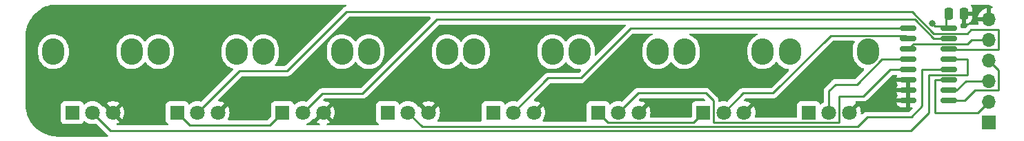
<source format=gbr>
%TF.GenerationSoftware,KiCad,Pcbnew,(7.0.0)*%
%TF.CreationDate,2023-08-09T19:52:53-07:00*%
%TF.ProjectId,8-pots-1-mux,382d706f-7473-42d3-912d-6d75782e6b69,rev?*%
%TF.SameCoordinates,Original*%
%TF.FileFunction,Copper,L1,Top*%
%TF.FilePolarity,Positive*%
%FSLAX46Y46*%
G04 Gerber Fmt 4.6, Leading zero omitted, Abs format (unit mm)*
G04 Created by KiCad (PCBNEW (7.0.0)) date 2023-08-09 19:52:53*
%MOMM*%
%LPD*%
G01*
G04 APERTURE LIST*
G04 Aperture macros list*
%AMRoundRect*
0 Rectangle with rounded corners*
0 $1 Rounding radius*
0 $2 $3 $4 $5 $6 $7 $8 $9 X,Y pos of 4 corners*
0 Add a 4 corners polygon primitive as box body*
4,1,4,$2,$3,$4,$5,$6,$7,$8,$9,$2,$3,0*
0 Add four circle primitives for the rounded corners*
1,1,$1+$1,$2,$3*
1,1,$1+$1,$4,$5*
1,1,$1+$1,$6,$7*
1,1,$1+$1,$8,$9*
0 Add four rect primitives between the rounded corners*
20,1,$1+$1,$2,$3,$4,$5,0*
20,1,$1+$1,$4,$5,$6,$7,0*
20,1,$1+$1,$6,$7,$8,$9,0*
20,1,$1+$1,$8,$9,$2,$3,0*%
G04 Aperture macros list end*
%TA.AperFunction,SMDPad,CuDef*%
%ADD10RoundRect,0.250000X-0.250000X-0.475000X0.250000X-0.475000X0.250000X0.475000X-0.250000X0.475000X0*%
%TD*%
%TA.AperFunction,ComponentPad*%
%ADD11O,2.720000X3.240000*%
%TD*%
%TA.AperFunction,ComponentPad*%
%ADD12R,1.800000X1.800000*%
%TD*%
%TA.AperFunction,ComponentPad*%
%ADD13C,1.800000*%
%TD*%
%TA.AperFunction,SMDPad,CuDef*%
%ADD14RoundRect,0.150000X-0.825000X-0.150000X0.825000X-0.150000X0.825000X0.150000X-0.825000X0.150000X0*%
%TD*%
%TA.AperFunction,ComponentPad*%
%ADD15R,1.700000X1.700000*%
%TD*%
%TA.AperFunction,ComponentPad*%
%ADD16O,1.700000X1.700000*%
%TD*%
%TA.AperFunction,ViaPad*%
%ADD17C,0.800000*%
%TD*%
%TA.AperFunction,Conductor*%
%ADD18C,0.250000*%
%TD*%
G04 APERTURE END LIST*
D10*
%TO.P,C1,1*%
%TO.N,+3V3*%
X202180000Y-26780000D03*
%TO.P,C1,2*%
%TO.N,GND*%
X204080000Y-26780000D03*
%TD*%
D11*
%TO.P,RV5,*%
%TO.N,*%
X143989999Y-31479999D03*
X153589999Y-31479999D03*
D12*
%TO.P,RV5,1,1*%
%TO.N,+3V3*%
X146289999Y-38979999D03*
D13*
%TO.P,RV5,2,2*%
%TO.N,MUX_IN_5*%
X148790000Y-38980000D03*
%TO.P,RV5,3,3*%
%TO.N,GND*%
X151290000Y-38980000D03*
%TD*%
D11*
%TO.P,RV6,*%
%TO.N,*%
X156879999Y-31479999D03*
X166479999Y-31479999D03*
D12*
%TO.P,RV6,1,1*%
%TO.N,+3V3*%
X159179999Y-38979999D03*
D13*
%TO.P,RV6,2,2*%
%TO.N,MUX_IN_6*%
X161680000Y-38980000D03*
%TO.P,RV6,3,3*%
%TO.N,GND*%
X164180000Y-38980000D03*
%TD*%
D11*
%TO.P,RV1,*%
%TO.N,*%
X92339999Y-31479999D03*
X101939999Y-31479999D03*
D12*
%TO.P,RV1,1,1*%
%TO.N,+3V3*%
X94639999Y-38979999D03*
D13*
%TO.P,RV1,2,2*%
%TO.N,MUX_IN_1*%
X97140000Y-38980000D03*
%TO.P,RV1,3,3*%
%TO.N,GND*%
X99640000Y-38980000D03*
%TD*%
D11*
%TO.P,RV7,*%
%TO.N,*%
X169779999Y-31479999D03*
X179379999Y-31479999D03*
D12*
%TO.P,RV7,1,1*%
%TO.N,+3V3*%
X172079999Y-38979999D03*
D13*
%TO.P,RV7,2,2*%
%TO.N,MUX_IN_7*%
X174580000Y-38980000D03*
%TO.P,RV7,3,3*%
%TO.N,GND*%
X177080000Y-38980000D03*
%TD*%
D11*
%TO.P,RV3,*%
%TO.N,*%
X118149999Y-31479999D03*
X127749999Y-31479999D03*
D12*
%TO.P,RV3,1,1*%
%TO.N,+3V3*%
X120449999Y-38979999D03*
D13*
%TO.P,RV3,2,2*%
%TO.N,MUX_IN_3*%
X122950000Y-38980000D03*
%TO.P,RV3,3,3*%
%TO.N,GND*%
X125450000Y-38980000D03*
%TD*%
D14*
%TO.P,U1,1,X4*%
%TO.N,MUX_IN_5*%
X197245000Y-28605000D03*
%TO.P,U1,2,X6*%
%TO.N,MUX_IN_7*%
X197245000Y-29875000D03*
%TO.P,U1,3,X*%
%TO.N,MUX_OUT*%
X197245000Y-31145000D03*
%TO.P,U1,4,X7*%
%TO.N,MUX_IN_8*%
X197245000Y-32415000D03*
%TO.P,U1,5,X5*%
%TO.N,MUX_IN_6*%
X197245000Y-33685000D03*
%TO.P,U1,6,Inh*%
%TO.N,GND*%
X197245000Y-34955000D03*
%TO.P,U1,7,VEE*%
X197245000Y-36225000D03*
%TO.P,U1,8,VSS*%
X197245000Y-37495000D03*
%TO.P,U1,9,C*%
%TO.N,CHANNEL_SELECT_C*%
X202195000Y-37495000D03*
%TO.P,U1,10,B*%
%TO.N,CHANNEL_SELECT_B*%
X202195000Y-36225000D03*
%TO.P,U1,11,A*%
%TO.N,CHANNEL_SELECT_A*%
X202195000Y-34955000D03*
%TO.P,U1,12,X3*%
%TO.N,MUX_IN_4*%
X202195000Y-33685000D03*
%TO.P,U1,13,X0*%
%TO.N,MUX_IN_1*%
X202195000Y-32415000D03*
%TO.P,U1,14,X1*%
%TO.N,MUX_IN_2*%
X202195000Y-31145000D03*
%TO.P,U1,15,X2*%
%TO.N,MUX_IN_3*%
X202195000Y-29875000D03*
%TO.P,U1,16,VDD*%
%TO.N,+3V3*%
X202195000Y-28605000D03*
%TD*%
D11*
%TO.P,RV8,*%
%TO.N,*%
X182699999Y-31479999D03*
X192299999Y-31479999D03*
D12*
%TO.P,RV8,1,1*%
%TO.N,+3V3*%
X184999999Y-38979999D03*
D13*
%TO.P,RV8,2,2*%
%TO.N,MUX_IN_8*%
X187500000Y-38980000D03*
%TO.P,RV8,3,3*%
%TO.N,GND*%
X190000000Y-38980000D03*
%TD*%
D11*
%TO.P,RV4,*%
%TO.N,*%
X131059999Y-31479999D03*
X140659999Y-31479999D03*
D12*
%TO.P,RV4,1,1*%
%TO.N,+3V3*%
X133359999Y-38979999D03*
D13*
%TO.P,RV4,2,2*%
%TO.N,MUX_IN_4*%
X135860000Y-38980000D03*
%TO.P,RV4,3,3*%
%TO.N,GND*%
X138360000Y-38980000D03*
%TD*%
D15*
%TO.P,J1,1,Pin_1*%
%TO.N,+3V3*%
X207119999Y-40149999D03*
D16*
%TO.P,J1,2,Pin_2*%
%TO.N,CHANNEL_SELECT_A*%
X207119999Y-37609999D03*
%TO.P,J1,3,Pin_3*%
%TO.N,CHANNEL_SELECT_B*%
X207119999Y-35069999D03*
%TO.P,J1,4,Pin_4*%
%TO.N,CHANNEL_SELECT_C*%
X207119999Y-32529999D03*
%TO.P,J1,5,Pin_5*%
%TO.N,MUX_OUT*%
X207119999Y-29989999D03*
%TO.P,J1,6,Pin_6*%
%TO.N,GND*%
X207119999Y-27449999D03*
%TD*%
D11*
%TO.P,RV2,*%
%TO.N,*%
X105239999Y-31479999D03*
X114839999Y-31479999D03*
D12*
%TO.P,RV2,1,1*%
%TO.N,+3V3*%
X107539999Y-38979999D03*
D13*
%TO.P,RV2,2,2*%
%TO.N,MUX_IN_2*%
X110040000Y-38980000D03*
%TO.P,RV2,3,3*%
%TO.N,GND*%
X112540000Y-38980000D03*
%TD*%
D17*
%TO.N,+3V3*%
X200150000Y-27960000D03*
%TD*%
D18*
%TO.N,+3V3*%
X201890800Y-28300800D02*
X200490800Y-28300800D01*
X160405300Y-40205300D02*
X170854700Y-40205300D01*
X118900000Y-40530000D02*
X120450000Y-38980000D01*
X200490800Y-28300800D02*
X200150000Y-27960000D01*
X201890800Y-28300800D02*
X201890800Y-27069200D01*
X109090000Y-40530000D02*
X118900000Y-40530000D01*
X170854700Y-40205300D02*
X172080000Y-38980000D01*
X107540000Y-38980000D02*
X109090000Y-40530000D01*
X159180000Y-38980000D02*
X160405300Y-40205300D01*
X201890800Y-27069200D02*
X202180000Y-26780000D01*
X201890800Y-28300800D02*
X202195000Y-28605000D01*
%TO.N,CHANNEL_SELECT_A*%
X207120000Y-37610000D02*
X205730000Y-39000000D01*
X200540000Y-34955000D02*
X202195000Y-34955000D01*
X205730000Y-39000000D02*
X200540000Y-39000000D01*
X200540000Y-39000000D02*
X200540000Y-34955000D01*
%TO.N,CHANNEL_SELECT_B*%
X203125000Y-36225000D02*
X202195000Y-36225000D01*
X204280000Y-35070000D02*
X203125000Y-36225000D01*
X207120000Y-35070000D02*
X204280000Y-35070000D01*
%TO.N,CHANNEL_SELECT_C*%
X205424600Y-36245400D02*
X204175000Y-37495000D01*
X208304600Y-33714600D02*
X208304600Y-36245400D01*
X204175000Y-37495000D02*
X202195000Y-37495000D01*
X208304600Y-36245400D02*
X205424600Y-36245400D01*
X207120000Y-32530000D02*
X208304600Y-33714600D01*
%TO.N,MUX_OUT*%
X204470000Y-30510000D02*
X204990000Y-29990000D01*
X204990000Y-29990000D02*
X207120000Y-29990000D01*
X197880000Y-30510000D02*
X204470000Y-30510000D01*
X197245000Y-31145000D02*
X197880000Y-30510000D01*
%TO.N,MUX_IN_1*%
X202195000Y-32415000D02*
X204480000Y-32415000D01*
X204480000Y-32415000D02*
X204480000Y-34320000D01*
X199760000Y-34320000D02*
X199760000Y-38970000D01*
X197550500Y-41179500D02*
X99339500Y-41179500D01*
X199760000Y-38970000D02*
X197550500Y-41179500D01*
X99339500Y-41179500D02*
X97140000Y-38980000D01*
X204480000Y-34320000D02*
X199760000Y-34320000D01*
%TO.N,MUX_IN_2*%
X204478200Y-29240000D02*
X204933200Y-28785000D01*
X128322900Y-26550000D02*
X197685400Y-26550000D01*
X208304600Y-28785000D02*
X208304600Y-31202500D01*
X121024000Y-33848900D02*
X128322900Y-26550000D01*
X204933200Y-28785000D02*
X208304600Y-28785000D01*
X202252500Y-31202500D02*
X202195000Y-31145000D01*
X110040000Y-38980000D02*
X115171100Y-33848900D01*
X197685400Y-26550000D02*
X200375400Y-29240000D01*
X115171100Y-33848900D02*
X121024000Y-33848900D01*
X208304600Y-31202500D02*
X202252500Y-31202500D01*
X200375400Y-29240000D02*
X204478200Y-29240000D01*
%TO.N,MUX_IN_3*%
X125297500Y-36632500D02*
X122950000Y-38980000D01*
X198019696Y-27520000D02*
X139371600Y-27520000D01*
X202195000Y-29875000D02*
X200374696Y-29875000D01*
X200374696Y-29875000D02*
X198019696Y-27520000D01*
X139371600Y-27520000D02*
X130259100Y-36632500D01*
X130259100Y-36632500D02*
X125297500Y-36632500D01*
%TO.N,MUX_IN_4*%
X192170000Y-39520000D02*
X197620000Y-39520000D01*
X190988500Y-40701500D02*
X192170000Y-39520000D01*
X197620000Y-39520000D02*
X198940000Y-38200000D01*
X137581500Y-40701500D02*
X190988500Y-40701500D01*
X198940000Y-33685000D02*
X202195000Y-33685000D01*
X135860000Y-38980000D02*
X137581500Y-40701500D01*
X198940000Y-38200000D02*
X198940000Y-33685000D01*
%TO.N,MUX_IN_5*%
X153040000Y-34730000D02*
X148790000Y-38980000D01*
X157057900Y-34730000D02*
X153040000Y-34730000D01*
X163182900Y-28605000D02*
X157057900Y-34730000D01*
X197245000Y-28605000D02*
X163182900Y-28605000D01*
%TO.N,MUX_IN_6*%
X188750000Y-36950000D02*
X188750000Y-40230900D01*
X197245000Y-33685000D02*
X197240000Y-33690000D01*
X194990000Y-33690000D02*
X191730000Y-36950000D01*
X164080000Y-36580000D02*
X161680000Y-38980000D01*
X191730000Y-36950000D02*
X188750000Y-36950000D01*
X173304511Y-37504511D02*
X172380000Y-36580000D01*
X197240000Y-33690000D02*
X194990000Y-33690000D01*
X188750000Y-40230900D02*
X173304511Y-40230900D01*
X173304511Y-40230900D02*
X173304511Y-37504511D01*
X172380000Y-36580000D02*
X164080000Y-36580000D01*
%TO.N,MUX_IN_7*%
X196884500Y-29514500D02*
X187722200Y-29514500D01*
X180646700Y-36590000D02*
X176970000Y-36590000D01*
X197245000Y-29875000D02*
X196884500Y-29514500D01*
X176970000Y-36590000D02*
X174580000Y-38980000D01*
X187722200Y-29514500D02*
X180646700Y-36590000D01*
%TO.N,MUX_IN_8*%
X190922271Y-35500000D02*
X194007271Y-32415000D01*
X187500000Y-36300000D02*
X188300000Y-35500000D01*
X188300000Y-35500000D02*
X190922271Y-35500000D01*
X194007271Y-32415000D02*
X197245000Y-32415000D01*
X187500000Y-38980000D02*
X187500000Y-36300000D01*
%TD*%
%TA.AperFunction,Conductor*%
%TO.N,GND*%
G36*
X128213126Y-25695585D02*
G01*
X128258810Y-25738486D01*
X128278176Y-25798088D01*
X128266433Y-25859648D01*
X128226487Y-25907936D01*
X128179156Y-25926675D01*
X128179641Y-25928562D01*
X128171962Y-25930532D01*
X128164103Y-25931526D01*
X128156744Y-25934439D01*
X128156734Y-25934442D01*
X128122982Y-25947805D01*
X128111760Y-25951647D01*
X128076914Y-25961771D01*
X128076910Y-25961772D01*
X128069306Y-25963982D01*
X128062485Y-25968015D01*
X128062482Y-25968017D01*
X128051868Y-25974294D01*
X128034118Y-25982990D01*
X128022656Y-25987528D01*
X128022651Y-25987530D01*
X128015283Y-25990448D01*
X128008874Y-25995104D01*
X128008869Y-25995107D01*
X127979515Y-26016434D01*
X127969597Y-26022948D01*
X127938364Y-26041419D01*
X127938356Y-26041425D01*
X127931537Y-26045458D01*
X127925935Y-26051058D01*
X127925928Y-26051065D01*
X127917204Y-26059789D01*
X127902182Y-26072618D01*
X127892211Y-26079863D01*
X127892202Y-26079871D01*
X127885793Y-26084528D01*
X127880746Y-26090628D01*
X127880738Y-26090636D01*
X127857610Y-26118593D01*
X127849623Y-26127370D01*
X120798500Y-33178495D01*
X120757623Y-33205809D01*
X120709405Y-33215400D01*
X119618932Y-33215400D01*
X119562963Y-33202287D01*
X119518643Y-33165677D01*
X119495198Y-33113191D01*
X119497508Y-33055753D01*
X119525091Y-33005318D01*
X119531027Y-32998694D01*
X119632867Y-32885033D01*
X119783783Y-32656923D01*
X119899877Y-32409271D01*
X119978676Y-32147355D01*
X120018500Y-31876757D01*
X120018500Y-31151712D01*
X120003533Y-30947217D01*
X119944063Y-30680247D01*
X119846355Y-30424781D01*
X119736290Y-30228665D01*
X119714746Y-30190278D01*
X119714744Y-30190275D01*
X119712493Y-30186264D01*
X119545329Y-29969780D01*
X119431069Y-29859619D01*
X119351735Y-29783131D01*
X119351732Y-29783129D01*
X119348426Y-29779941D01*
X119344686Y-29777265D01*
X119344681Y-29777261D01*
X119129730Y-29623477D01*
X119129728Y-29623475D01*
X119125981Y-29620795D01*
X119114694Y-29614992D01*
X118886829Y-29497838D01*
X118886824Y-29497836D01*
X118882734Y-29495733D01*
X118623870Y-29407421D01*
X118602296Y-29403436D01*
X118359436Y-29358577D01*
X118359428Y-29358576D01*
X118354907Y-29357741D01*
X118350316Y-29357573D01*
X118350305Y-29357572D01*
X118086179Y-29347920D01*
X118086176Y-29347920D01*
X118081576Y-29347752D01*
X118077008Y-29348254D01*
X118076996Y-29348255D01*
X117814277Y-29377162D01*
X117814265Y-29377164D01*
X117809704Y-29377666D01*
X117805261Y-29378827D01*
X117805253Y-29378829D01*
X117549539Y-29445682D01*
X117549535Y-29445683D01*
X117545084Y-29446847D01*
X117540857Y-29448643D01*
X117540846Y-29448647D01*
X117297588Y-29552020D01*
X117297576Y-29552025D01*
X117293357Y-29553819D01*
X117289436Y-29556211D01*
X117289430Y-29556215D01*
X117063819Y-29693903D01*
X117063809Y-29693909D01*
X117059888Y-29696303D01*
X117056361Y-29699237D01*
X117056350Y-29699246D01*
X116853187Y-29868320D01*
X116853179Y-29868327D01*
X116849653Y-29871262D01*
X116846584Y-29874686D01*
X116846581Y-29874690D01*
X116670211Y-30071530D01*
X116670201Y-30071542D01*
X116667133Y-30074967D01*
X116664595Y-30078802D01*
X116664582Y-30078820D01*
X116602535Y-30172604D01*
X116559118Y-30212960D01*
X116502053Y-30228997D01*
X116443970Y-30217167D01*
X116397727Y-30180092D01*
X116235329Y-29969780D01*
X116121069Y-29859619D01*
X116041735Y-29783131D01*
X116041732Y-29783129D01*
X116038426Y-29779941D01*
X116034686Y-29777265D01*
X116034681Y-29777261D01*
X115819730Y-29623477D01*
X115819728Y-29623475D01*
X115815981Y-29620795D01*
X115804694Y-29614992D01*
X115576829Y-29497838D01*
X115576824Y-29497836D01*
X115572734Y-29495733D01*
X115313870Y-29407421D01*
X115292296Y-29403436D01*
X115049436Y-29358577D01*
X115049428Y-29358576D01*
X115044907Y-29357741D01*
X115040316Y-29357573D01*
X115040305Y-29357572D01*
X114776179Y-29347920D01*
X114776176Y-29347920D01*
X114771576Y-29347752D01*
X114767008Y-29348254D01*
X114766996Y-29348255D01*
X114504277Y-29377162D01*
X114504265Y-29377164D01*
X114499704Y-29377666D01*
X114495261Y-29378827D01*
X114495253Y-29378829D01*
X114239539Y-29445682D01*
X114239535Y-29445683D01*
X114235084Y-29446847D01*
X114230857Y-29448643D01*
X114230846Y-29448647D01*
X113987588Y-29552020D01*
X113987576Y-29552025D01*
X113983357Y-29553819D01*
X113979436Y-29556211D01*
X113979430Y-29556215D01*
X113753819Y-29693903D01*
X113753809Y-29693909D01*
X113749888Y-29696303D01*
X113746361Y-29699237D01*
X113746350Y-29699246D01*
X113543187Y-29868320D01*
X113543179Y-29868327D01*
X113539653Y-29871262D01*
X113536584Y-29874686D01*
X113536581Y-29874690D01*
X113360211Y-30071530D01*
X113360201Y-30071542D01*
X113357133Y-30074967D01*
X113354593Y-30078805D01*
X113354590Y-30078810D01*
X113220831Y-30280988D01*
X113206217Y-30303077D01*
X113204268Y-30307234D01*
X113204261Y-30307247D01*
X113092077Y-30546560D01*
X113090123Y-30550729D01*
X113088801Y-30555122D01*
X113088796Y-30555136D01*
X113012651Y-30808232D01*
X113012649Y-30808240D01*
X113011324Y-30812645D01*
X113010653Y-30817201D01*
X113010652Y-30817208D01*
X112972171Y-31078681D01*
X112971500Y-31083243D01*
X112971500Y-31808288D01*
X112971666Y-31810558D01*
X112971667Y-31810581D01*
X112986130Y-32008188D01*
X112986131Y-32008197D01*
X112986467Y-32012783D01*
X113045937Y-32279753D01*
X113047581Y-32284053D01*
X113047582Y-32284054D01*
X113125123Y-32486793D01*
X113143645Y-32535219D01*
X113145897Y-32539231D01*
X113145900Y-32539238D01*
X113275253Y-32769721D01*
X113275257Y-32769727D01*
X113277507Y-32773736D01*
X113444671Y-32990220D01*
X113511133Y-33054298D01*
X113623584Y-33162715D01*
X113641574Y-33180059D01*
X113645314Y-33182735D01*
X113645318Y-33182738D01*
X113811873Y-33301898D01*
X113864019Y-33339205D01*
X114107266Y-33464267D01*
X114238891Y-33509171D01*
X114327824Y-33539511D01*
X114380597Y-33574252D01*
X114409871Y-33630244D01*
X114408285Y-33693406D01*
X114376236Y-33747857D01*
X110537276Y-37586817D01*
X110476581Y-37620480D01*
X110407268Y-37616895D01*
X110391876Y-37611610D01*
X110391867Y-37611607D01*
X110386951Y-37609920D01*
X110319629Y-37598686D01*
X110161849Y-37572357D01*
X110161846Y-37572356D01*
X110156712Y-37571500D01*
X109923288Y-37571500D01*
X109918154Y-37572356D01*
X109918150Y-37572357D01*
X109698188Y-37609062D01*
X109698182Y-37609063D01*
X109693049Y-37609920D01*
X109688127Y-37611609D01*
X109688118Y-37611612D01*
X109477205Y-37684019D01*
X109477196Y-37684022D01*
X109472273Y-37685713D01*
X109467694Y-37688190D01*
X109467687Y-37688194D01*
X109271564Y-37794330D01*
X109271556Y-37794335D01*
X109266983Y-37796810D01*
X109100485Y-37926402D01*
X109100274Y-37926566D01*
X109046999Y-37950805D01*
X108988521Y-37948358D01*
X108937457Y-37919754D01*
X108904827Y-37871165D01*
X108894039Y-37842239D01*
X108894036Y-37842233D01*
X108890889Y-37833796D01*
X108871926Y-37808465D01*
X108808659Y-37723950D01*
X108803261Y-37716739D01*
X108765743Y-37688653D01*
X108693417Y-37634510D01*
X108693414Y-37634508D01*
X108686204Y-37629111D01*
X108677766Y-37625964D01*
X108677763Y-37625962D01*
X108556580Y-37580763D01*
X108556578Y-37580762D01*
X108549201Y-37578011D01*
X108541373Y-37577169D01*
X108541367Y-37577168D01*
X108491988Y-37571860D01*
X108491985Y-37571859D01*
X108488638Y-37571500D01*
X106591362Y-37571500D01*
X106588015Y-37571859D01*
X106588011Y-37571860D01*
X106538632Y-37577168D01*
X106538625Y-37577169D01*
X106530799Y-37578011D01*
X106523423Y-37580761D01*
X106523419Y-37580763D01*
X106402236Y-37625962D01*
X106402230Y-37625965D01*
X106393796Y-37629111D01*
X106386588Y-37634506D01*
X106386582Y-37634510D01*
X106283950Y-37711340D01*
X106283946Y-37711343D01*
X106276739Y-37716739D01*
X106271343Y-37723946D01*
X106271340Y-37723950D01*
X106194510Y-37826582D01*
X106194506Y-37826588D01*
X106189111Y-37833796D01*
X106185965Y-37842230D01*
X106185962Y-37842236D01*
X106140763Y-37963419D01*
X106140761Y-37963423D01*
X106138011Y-37970799D01*
X106137169Y-37978625D01*
X106137168Y-37978632D01*
X106132244Y-38024439D01*
X106131500Y-38031362D01*
X106131500Y-39928638D01*
X106131859Y-39931985D01*
X106131860Y-39931988D01*
X106137168Y-39981367D01*
X106137169Y-39981373D01*
X106138011Y-39989201D01*
X106140762Y-39996578D01*
X106140763Y-39996580D01*
X106185962Y-40117763D01*
X106185963Y-40117764D01*
X106189111Y-40126204D01*
X106194508Y-40133414D01*
X106194510Y-40133417D01*
X106271340Y-40236049D01*
X106276739Y-40243261D01*
X106375997Y-40317565D01*
X106378091Y-40319132D01*
X106417196Y-40367658D01*
X106428261Y-40428989D01*
X106408580Y-40488121D01*
X106362967Y-40530588D01*
X106302582Y-40546000D01*
X100169793Y-40546000D01*
X100102631Y-40526608D01*
X100056142Y-40474401D01*
X100044636Y-40405449D01*
X100071654Y-40340976D01*
X100128881Y-40300827D01*
X100202594Y-40275521D01*
X100212111Y-40271346D01*
X100408159Y-40165251D01*
X100416855Y-40159569D01*
X100427181Y-40151532D01*
X100435417Y-40140162D01*
X100428651Y-40127862D01*
X99640000Y-39339210D01*
X99280789Y-38979999D01*
X100004167Y-38979999D01*
X100010940Y-38991730D01*
X100789263Y-39770052D01*
X100798797Y-39776072D01*
X100806888Y-39768228D01*
X100879693Y-39656792D01*
X100884636Y-39647657D01*
X100974181Y-39443516D01*
X100977554Y-39433691D01*
X101032275Y-39217602D01*
X101033987Y-39207348D01*
X101052396Y-38985189D01*
X101052396Y-38974811D01*
X101033987Y-38752651D01*
X101032275Y-38742397D01*
X100977554Y-38526308D01*
X100974181Y-38516483D01*
X100884637Y-38312344D01*
X100879690Y-38303203D01*
X100806890Y-38191773D01*
X100798796Y-38183926D01*
X100789262Y-38189947D01*
X100010939Y-38968270D01*
X100004167Y-38979999D01*
X99280789Y-38979999D01*
X98490736Y-38189947D01*
X98481156Y-38183897D01*
X98434414Y-38212530D01*
X98379688Y-38218526D01*
X98327629Y-38200615D01*
X98288177Y-38162218D01*
X98272722Y-38138562D01*
X98255314Y-38111917D01*
X98175367Y-38025072D01*
X98100752Y-37944018D01*
X98100747Y-37944013D01*
X98097220Y-37940182D01*
X97971380Y-37842236D01*
X97942600Y-37819835D01*
X98844581Y-37819835D01*
X98851349Y-37832138D01*
X99628270Y-38609059D01*
X99639999Y-38615831D01*
X99651730Y-38609058D01*
X100428650Y-37832137D01*
X100435417Y-37819836D01*
X100427179Y-37808465D01*
X100416856Y-37800430D01*
X100408161Y-37794749D01*
X100212111Y-37688653D01*
X100202594Y-37684478D01*
X99991758Y-37612098D01*
X99981688Y-37609548D01*
X99761807Y-37572857D01*
X99751459Y-37572000D01*
X99528541Y-37572000D01*
X99518192Y-37572857D01*
X99298311Y-37609548D01*
X99288241Y-37612098D01*
X99077405Y-37684478D01*
X99067888Y-37688653D01*
X98871835Y-37794751D01*
X98863150Y-37800425D01*
X98852817Y-37808467D01*
X98844581Y-37819835D01*
X97942600Y-37819835D01*
X97917130Y-37800011D01*
X97917127Y-37800009D01*
X97913017Y-37796810D01*
X97908438Y-37794332D01*
X97908435Y-37794330D01*
X97712312Y-37688194D01*
X97712309Y-37688192D01*
X97707727Y-37685713D01*
X97702799Y-37684021D01*
X97702794Y-37684019D01*
X97491881Y-37611612D01*
X97491875Y-37611610D01*
X97486951Y-37609920D01*
X97481814Y-37609062D01*
X97481811Y-37609062D01*
X97261849Y-37572357D01*
X97261846Y-37572356D01*
X97256712Y-37571500D01*
X97023288Y-37571500D01*
X97018154Y-37572356D01*
X97018150Y-37572357D01*
X96798188Y-37609062D01*
X96798182Y-37609063D01*
X96793049Y-37609920D01*
X96788127Y-37611609D01*
X96788118Y-37611612D01*
X96577205Y-37684019D01*
X96577196Y-37684022D01*
X96572273Y-37685713D01*
X96567694Y-37688190D01*
X96567687Y-37688194D01*
X96371564Y-37794330D01*
X96371556Y-37794335D01*
X96366983Y-37796810D01*
X96200485Y-37926402D01*
X96200274Y-37926566D01*
X96146999Y-37950805D01*
X96088521Y-37948358D01*
X96037457Y-37919754D01*
X96004827Y-37871165D01*
X95994039Y-37842239D01*
X95994036Y-37842233D01*
X95990889Y-37833796D01*
X95971926Y-37808465D01*
X95908659Y-37723950D01*
X95903261Y-37716739D01*
X95865743Y-37688653D01*
X95793417Y-37634510D01*
X95793414Y-37634508D01*
X95786204Y-37629111D01*
X95777766Y-37625964D01*
X95777763Y-37625962D01*
X95656580Y-37580763D01*
X95656578Y-37580762D01*
X95649201Y-37578011D01*
X95641373Y-37577169D01*
X95641367Y-37577168D01*
X95591988Y-37571860D01*
X95591985Y-37571859D01*
X95588638Y-37571500D01*
X93691362Y-37571500D01*
X93688015Y-37571859D01*
X93688011Y-37571860D01*
X93638632Y-37577168D01*
X93638625Y-37577169D01*
X93630799Y-37578011D01*
X93623423Y-37580761D01*
X93623419Y-37580763D01*
X93502236Y-37625962D01*
X93502230Y-37625965D01*
X93493796Y-37629111D01*
X93486588Y-37634506D01*
X93486582Y-37634510D01*
X93383950Y-37711340D01*
X93383946Y-37711343D01*
X93376739Y-37716739D01*
X93371343Y-37723946D01*
X93371340Y-37723950D01*
X93294510Y-37826582D01*
X93294506Y-37826588D01*
X93289111Y-37833796D01*
X93285965Y-37842230D01*
X93285962Y-37842236D01*
X93240763Y-37963419D01*
X93240761Y-37963423D01*
X93238011Y-37970799D01*
X93237169Y-37978625D01*
X93237168Y-37978632D01*
X93232244Y-38024439D01*
X93231500Y-38031362D01*
X93231500Y-39928638D01*
X93231859Y-39931985D01*
X93231860Y-39931988D01*
X93237168Y-39981367D01*
X93237169Y-39981373D01*
X93238011Y-39989201D01*
X93240762Y-39996578D01*
X93240763Y-39996580D01*
X93285962Y-40117763D01*
X93285963Y-40117764D01*
X93289111Y-40126204D01*
X93294508Y-40133414D01*
X93294510Y-40133417D01*
X93371340Y-40236049D01*
X93376739Y-40243261D01*
X93398818Y-40259789D01*
X93478090Y-40319132D01*
X93493796Y-40330889D01*
X93630799Y-40381989D01*
X93691362Y-40388500D01*
X95585269Y-40388500D01*
X95588638Y-40388500D01*
X95649201Y-40381989D01*
X95786204Y-40330889D01*
X95903261Y-40243261D01*
X95990889Y-40126204D01*
X96004828Y-40088831D01*
X96037457Y-40040245D01*
X96088521Y-40011641D01*
X96146999Y-40009194D01*
X96200273Y-40033433D01*
X96366983Y-40163190D01*
X96572273Y-40274287D01*
X96793049Y-40350080D01*
X97023288Y-40388500D01*
X97251501Y-40388500D01*
X97256712Y-40388500D01*
X97486951Y-40350080D01*
X97507267Y-40343105D01*
X97576582Y-40339519D01*
X97637277Y-40373181D01*
X98282116Y-41018021D01*
X98835847Y-41571752D01*
X98843388Y-41580039D01*
X98847500Y-41586518D01*
X98853275Y-41591941D01*
X98853276Y-41591942D01*
X98897134Y-41633126D01*
X98899980Y-41635884D01*
X98909067Y-41644972D01*
X98919730Y-41655635D01*
X98922851Y-41658056D01*
X98922852Y-41658057D01*
X98922932Y-41658119D01*
X98931940Y-41665813D01*
X98964179Y-41696086D01*
X98971126Y-41699905D01*
X98976168Y-41702677D01*
X99023520Y-41748281D01*
X99041456Y-41811530D01*
X99025093Y-41875203D01*
X98978885Y-41921967D01*
X98915412Y-41939091D01*
X92902900Y-41936513D01*
X92897135Y-41936379D01*
X92729095Y-41928610D01*
X92728728Y-41928592D01*
X92530206Y-41918834D01*
X92518984Y-41917778D01*
X92338576Y-41892612D01*
X92337496Y-41892456D01*
X92152709Y-41865046D01*
X92142350Y-41863063D01*
X91962376Y-41820734D01*
X91960608Y-41820305D01*
X91782095Y-41775590D01*
X91772669Y-41772834D01*
X91596224Y-41713696D01*
X91593817Y-41712863D01*
X91421710Y-41651283D01*
X91413264Y-41647912D01*
X91242438Y-41572485D01*
X91239461Y-41571124D01*
X91074806Y-41493249D01*
X91067365Y-41489422D01*
X90903947Y-41398399D01*
X90900483Y-41396397D01*
X90744539Y-41302929D01*
X90738108Y-41298805D01*
X90583595Y-41192961D01*
X90579744Y-41190215D01*
X90433884Y-41082037D01*
X90428448Y-41077770D01*
X90389308Y-41045269D01*
X90284266Y-40958043D01*
X90280203Y-40954518D01*
X90145661Y-40832576D01*
X90141197Y-40828325D01*
X90008694Y-40695822D01*
X90004429Y-40691343D01*
X89882511Y-40556827D01*
X89878936Y-40552706D01*
X89759226Y-40408547D01*
X89754977Y-40403135D01*
X89646799Y-40257275D01*
X89644054Y-40253425D01*
X89538197Y-40098894D01*
X89534072Y-40092463D01*
X89531897Y-40088835D01*
X89440613Y-39936535D01*
X89438611Y-39933071D01*
X89393236Y-39851608D01*
X89347574Y-39769631D01*
X89343754Y-39762200D01*
X89342477Y-39759500D01*
X89265850Y-39597487D01*
X89264543Y-39594629D01*
X89189088Y-39423739D01*
X89185720Y-39415299D01*
X89162692Y-39350940D01*
X89124122Y-39243146D01*
X89123312Y-39240805D01*
X89115535Y-39217602D01*
X89067730Y-39074970D01*
X89064167Y-39064338D01*
X89061411Y-39054913D01*
X89043946Y-38985189D01*
X89016676Y-38876323D01*
X89016305Y-38874791D01*
X88973934Y-38694640D01*
X88971954Y-38684301D01*
X88944498Y-38499205D01*
X88944442Y-38498819D01*
X88919219Y-38318003D01*
X88918168Y-38306832D01*
X88908285Y-38105671D01*
X88900633Y-37940164D01*
X88900500Y-37934346D01*
X88900500Y-31808288D01*
X90471500Y-31808288D01*
X90471666Y-31810558D01*
X90471667Y-31810581D01*
X90486130Y-32008188D01*
X90486131Y-32008197D01*
X90486467Y-32012783D01*
X90545937Y-32279753D01*
X90547581Y-32284053D01*
X90547582Y-32284054D01*
X90625123Y-32486793D01*
X90643645Y-32535219D01*
X90645897Y-32539231D01*
X90645900Y-32539238D01*
X90775253Y-32769721D01*
X90775257Y-32769727D01*
X90777507Y-32773736D01*
X90944671Y-32990220D01*
X91011133Y-33054298D01*
X91123584Y-33162715D01*
X91141574Y-33180059D01*
X91145314Y-33182735D01*
X91145318Y-33182738D01*
X91311873Y-33301898D01*
X91364019Y-33339205D01*
X91607266Y-33464267D01*
X91866130Y-33552579D01*
X92135093Y-33602259D01*
X92408424Y-33612248D01*
X92680296Y-33582334D01*
X92944916Y-33513153D01*
X93196643Y-33406181D01*
X93430112Y-33263697D01*
X93640347Y-33088738D01*
X93822867Y-32885033D01*
X93973783Y-32656923D01*
X94089877Y-32409271D01*
X94168676Y-32147355D01*
X94208500Y-31876757D01*
X94208500Y-31808288D01*
X100071500Y-31808288D01*
X100071666Y-31810558D01*
X100071667Y-31810581D01*
X100086130Y-32008188D01*
X100086131Y-32008197D01*
X100086467Y-32012783D01*
X100145937Y-32279753D01*
X100147581Y-32284053D01*
X100147582Y-32284054D01*
X100225123Y-32486793D01*
X100243645Y-32535219D01*
X100245897Y-32539231D01*
X100245900Y-32539238D01*
X100375253Y-32769721D01*
X100375257Y-32769727D01*
X100377507Y-32773736D01*
X100544671Y-32990220D01*
X100611133Y-33054298D01*
X100723584Y-33162715D01*
X100741574Y-33180059D01*
X100745314Y-33182735D01*
X100745318Y-33182738D01*
X100911873Y-33301898D01*
X100964019Y-33339205D01*
X101207266Y-33464267D01*
X101466130Y-33552579D01*
X101735093Y-33602259D01*
X102008424Y-33612248D01*
X102280296Y-33582334D01*
X102544916Y-33513153D01*
X102796643Y-33406181D01*
X103030112Y-33263697D01*
X103240347Y-33088738D01*
X103422867Y-32885033D01*
X103482848Y-32794370D01*
X103526265Y-32754015D01*
X103583330Y-32737977D01*
X103641413Y-32749806D01*
X103687660Y-32786885D01*
X103713994Y-32820988D01*
X103844671Y-32990220D01*
X103911133Y-33054298D01*
X104023584Y-33162715D01*
X104041574Y-33180059D01*
X104045314Y-33182735D01*
X104045318Y-33182738D01*
X104211873Y-33301898D01*
X104264019Y-33339205D01*
X104507266Y-33464267D01*
X104766130Y-33552579D01*
X105035093Y-33602259D01*
X105308424Y-33612248D01*
X105580296Y-33582334D01*
X105844916Y-33513153D01*
X106096643Y-33406181D01*
X106330112Y-33263697D01*
X106540347Y-33088738D01*
X106722867Y-32885033D01*
X106873783Y-32656923D01*
X106989877Y-32409271D01*
X107068676Y-32147355D01*
X107108500Y-31876757D01*
X107108500Y-31151712D01*
X107093533Y-30947217D01*
X107034063Y-30680247D01*
X106936355Y-30424781D01*
X106826290Y-30228665D01*
X106804746Y-30190278D01*
X106804744Y-30190275D01*
X106802493Y-30186264D01*
X106635329Y-29969780D01*
X106521069Y-29859619D01*
X106441735Y-29783131D01*
X106441732Y-29783129D01*
X106438426Y-29779941D01*
X106434686Y-29777265D01*
X106434681Y-29777261D01*
X106219730Y-29623477D01*
X106219728Y-29623475D01*
X106215981Y-29620795D01*
X106204694Y-29614992D01*
X105976829Y-29497838D01*
X105976824Y-29497836D01*
X105972734Y-29495733D01*
X105713870Y-29407421D01*
X105692296Y-29403436D01*
X105449436Y-29358577D01*
X105449428Y-29358576D01*
X105444907Y-29357741D01*
X105440316Y-29357573D01*
X105440305Y-29357572D01*
X105176179Y-29347920D01*
X105176176Y-29347920D01*
X105171576Y-29347752D01*
X105167008Y-29348254D01*
X105166996Y-29348255D01*
X104904277Y-29377162D01*
X104904265Y-29377164D01*
X104899704Y-29377666D01*
X104895261Y-29378827D01*
X104895253Y-29378829D01*
X104639539Y-29445682D01*
X104639535Y-29445683D01*
X104635084Y-29446847D01*
X104630857Y-29448643D01*
X104630846Y-29448647D01*
X104387588Y-29552020D01*
X104387576Y-29552025D01*
X104383357Y-29553819D01*
X104379436Y-29556211D01*
X104379430Y-29556215D01*
X104153819Y-29693903D01*
X104153809Y-29693909D01*
X104149888Y-29696303D01*
X104146361Y-29699237D01*
X104146350Y-29699246D01*
X103943187Y-29868320D01*
X103943179Y-29868327D01*
X103939653Y-29871262D01*
X103936584Y-29874686D01*
X103936581Y-29874690D01*
X103760211Y-30071530D01*
X103760201Y-30071542D01*
X103757133Y-30074967D01*
X103754599Y-30078796D01*
X103754582Y-30078819D01*
X103697150Y-30165629D01*
X103653733Y-30205984D01*
X103596669Y-30222022D01*
X103538585Y-30210192D01*
X103492339Y-30173114D01*
X103419526Y-30078819D01*
X103335329Y-29969780D01*
X103221069Y-29859619D01*
X103141735Y-29783131D01*
X103141732Y-29783129D01*
X103138426Y-29779941D01*
X103134686Y-29777265D01*
X103134681Y-29777261D01*
X102919730Y-29623477D01*
X102919728Y-29623475D01*
X102915981Y-29620795D01*
X102904694Y-29614992D01*
X102676829Y-29497838D01*
X102676824Y-29497836D01*
X102672734Y-29495733D01*
X102413870Y-29407421D01*
X102392296Y-29403436D01*
X102149436Y-29358577D01*
X102149428Y-29358576D01*
X102144907Y-29357741D01*
X102140316Y-29357573D01*
X102140305Y-29357572D01*
X101876179Y-29347920D01*
X101876176Y-29347920D01*
X101871576Y-29347752D01*
X101867008Y-29348254D01*
X101866996Y-29348255D01*
X101604277Y-29377162D01*
X101604265Y-29377164D01*
X101599704Y-29377666D01*
X101595261Y-29378827D01*
X101595253Y-29378829D01*
X101339539Y-29445682D01*
X101339535Y-29445683D01*
X101335084Y-29446847D01*
X101330857Y-29448643D01*
X101330846Y-29448647D01*
X101087588Y-29552020D01*
X101087576Y-29552025D01*
X101083357Y-29553819D01*
X101079436Y-29556211D01*
X101079430Y-29556215D01*
X100853819Y-29693903D01*
X100853809Y-29693909D01*
X100849888Y-29696303D01*
X100846361Y-29699237D01*
X100846350Y-29699246D01*
X100643187Y-29868320D01*
X100643179Y-29868327D01*
X100639653Y-29871262D01*
X100636584Y-29874686D01*
X100636581Y-29874690D01*
X100460211Y-30071530D01*
X100460201Y-30071542D01*
X100457133Y-30074967D01*
X100454593Y-30078805D01*
X100454590Y-30078810D01*
X100320831Y-30280988D01*
X100306217Y-30303077D01*
X100304268Y-30307234D01*
X100304261Y-30307247D01*
X100192077Y-30546560D01*
X100190123Y-30550729D01*
X100188801Y-30555122D01*
X100188796Y-30555136D01*
X100112651Y-30808232D01*
X100112649Y-30808240D01*
X100111324Y-30812645D01*
X100110653Y-30817201D01*
X100110652Y-30817208D01*
X100072171Y-31078681D01*
X100071500Y-31083243D01*
X100071500Y-31808288D01*
X94208500Y-31808288D01*
X94208500Y-31151712D01*
X94193533Y-30947217D01*
X94134063Y-30680247D01*
X94036355Y-30424781D01*
X93926290Y-30228665D01*
X93904746Y-30190278D01*
X93904744Y-30190275D01*
X93902493Y-30186264D01*
X93735329Y-29969780D01*
X93621069Y-29859619D01*
X93541735Y-29783131D01*
X93541732Y-29783129D01*
X93538426Y-29779941D01*
X93534686Y-29777265D01*
X93534681Y-29777261D01*
X93319730Y-29623477D01*
X93319728Y-29623475D01*
X93315981Y-29620795D01*
X93304694Y-29614992D01*
X93076829Y-29497838D01*
X93076824Y-29497836D01*
X93072734Y-29495733D01*
X92813870Y-29407421D01*
X92792296Y-29403436D01*
X92549436Y-29358577D01*
X92549428Y-29358576D01*
X92544907Y-29357741D01*
X92540316Y-29357573D01*
X92540305Y-29357572D01*
X92276179Y-29347920D01*
X92276176Y-29347920D01*
X92271576Y-29347752D01*
X92267008Y-29348254D01*
X92266996Y-29348255D01*
X92004277Y-29377162D01*
X92004265Y-29377164D01*
X91999704Y-29377666D01*
X91995261Y-29378827D01*
X91995253Y-29378829D01*
X91739539Y-29445682D01*
X91739535Y-29445683D01*
X91735084Y-29446847D01*
X91730857Y-29448643D01*
X91730846Y-29448647D01*
X91487588Y-29552020D01*
X91487576Y-29552025D01*
X91483357Y-29553819D01*
X91479436Y-29556211D01*
X91479430Y-29556215D01*
X91253819Y-29693903D01*
X91253809Y-29693909D01*
X91249888Y-29696303D01*
X91246361Y-29699237D01*
X91246350Y-29699246D01*
X91043187Y-29868320D01*
X91043179Y-29868327D01*
X91039653Y-29871262D01*
X91036584Y-29874686D01*
X91036581Y-29874690D01*
X90860211Y-30071530D01*
X90860201Y-30071542D01*
X90857133Y-30074967D01*
X90854593Y-30078805D01*
X90854590Y-30078810D01*
X90720831Y-30280988D01*
X90706217Y-30303077D01*
X90704268Y-30307234D01*
X90704261Y-30307247D01*
X90592077Y-30546560D01*
X90590123Y-30550729D01*
X90588801Y-30555122D01*
X90588796Y-30555136D01*
X90512651Y-30808232D01*
X90512649Y-30808240D01*
X90511324Y-30812645D01*
X90510653Y-30817201D01*
X90510652Y-30817208D01*
X90472171Y-31078681D01*
X90471500Y-31083243D01*
X90471500Y-31808288D01*
X88900500Y-31808288D01*
X88900500Y-29629920D01*
X88900634Y-29624101D01*
X88901055Y-29614992D01*
X88908572Y-29452392D01*
X88908647Y-29452395D01*
X88908589Y-29452036D01*
X88918144Y-29257434D01*
X88919195Y-29246254D01*
X88944823Y-29062535D01*
X88944896Y-29062031D01*
X88971902Y-28879966D01*
X88973877Y-28869648D01*
X89016721Y-28687488D01*
X89017037Y-28686185D01*
X89061330Y-28509361D01*
X89064073Y-28499978D01*
X89123764Y-28321883D01*
X89124480Y-28319819D01*
X89185609Y-28148976D01*
X89188956Y-28140588D01*
X89264938Y-27968504D01*
X89266219Y-27965705D01*
X89343596Y-27802104D01*
X89347408Y-27794692D01*
X89439010Y-27630236D01*
X89440954Y-27626871D01*
X89533880Y-27471834D01*
X89537971Y-27465456D01*
X89644461Y-27310000D01*
X89647114Y-27306279D01*
X89754707Y-27161206D01*
X89758933Y-27155822D01*
X89879355Y-27010804D01*
X89882850Y-27006777D01*
X90004104Y-26872995D01*
X90008318Y-26868570D01*
X90141578Y-26735309D01*
X90145983Y-26731115D01*
X90279831Y-26609802D01*
X90283820Y-26606342D01*
X90428831Y-26485926D01*
X90434189Y-26481720D01*
X90579286Y-26374109D01*
X90583022Y-26371445D01*
X90738468Y-26264962D01*
X90744831Y-26260881D01*
X90899884Y-26167946D01*
X90903206Y-26166026D01*
X91067723Y-26074391D01*
X91075104Y-26070596D01*
X91238716Y-25993213D01*
X91241516Y-25991934D01*
X91413624Y-25915941D01*
X91421988Y-25912604D01*
X91592850Y-25851469D01*
X91594794Y-25850794D01*
X91773013Y-25791062D01*
X91782378Y-25788325D01*
X91959084Y-25744063D01*
X91960577Y-25743700D01*
X92142654Y-25700876D01*
X92152980Y-25698900D01*
X92271204Y-25681363D01*
X92289691Y-25680000D01*
X128152425Y-25680000D01*
X128213126Y-25695585D01*
G37*
%TD.AperFunction*%
%TA.AperFunction,Conductor*%
G36*
X162491508Y-28167233D02*
G01*
X162536241Y-28205439D01*
X162558754Y-28259789D01*
X162554138Y-28318436D01*
X162523400Y-28368595D01*
X158963595Y-31928399D01*
X158913436Y-31959137D01*
X158854789Y-31963753D01*
X158800439Y-31941240D01*
X158762233Y-31896507D01*
X158748500Y-31839304D01*
X158748500Y-31154013D01*
X158748500Y-31151712D01*
X158733533Y-30947217D01*
X158674063Y-30680247D01*
X158576355Y-30424781D01*
X158466290Y-30228665D01*
X158444746Y-30190278D01*
X158444744Y-30190275D01*
X158442493Y-30186264D01*
X158275329Y-29969780D01*
X158161069Y-29859619D01*
X158081735Y-29783131D01*
X158081732Y-29783129D01*
X158078426Y-29779941D01*
X158074686Y-29777265D01*
X158074681Y-29777261D01*
X157859730Y-29623477D01*
X157859728Y-29623475D01*
X157855981Y-29620795D01*
X157844694Y-29614992D01*
X157616829Y-29497838D01*
X157616824Y-29497836D01*
X157612734Y-29495733D01*
X157353870Y-29407421D01*
X157332296Y-29403436D01*
X157089436Y-29358577D01*
X157089428Y-29358576D01*
X157084907Y-29357741D01*
X157080316Y-29357573D01*
X157080305Y-29357572D01*
X156816179Y-29347920D01*
X156816176Y-29347920D01*
X156811576Y-29347752D01*
X156807008Y-29348254D01*
X156806996Y-29348255D01*
X156544277Y-29377162D01*
X156544265Y-29377164D01*
X156539704Y-29377666D01*
X156535261Y-29378827D01*
X156535253Y-29378829D01*
X156279539Y-29445682D01*
X156279535Y-29445683D01*
X156275084Y-29446847D01*
X156270857Y-29448643D01*
X156270846Y-29448647D01*
X156027588Y-29552020D01*
X156027576Y-29552025D01*
X156023357Y-29553819D01*
X156019436Y-29556211D01*
X156019430Y-29556215D01*
X155793819Y-29693903D01*
X155793809Y-29693909D01*
X155789888Y-29696303D01*
X155786361Y-29699237D01*
X155786350Y-29699246D01*
X155583187Y-29868320D01*
X155583179Y-29868327D01*
X155579653Y-29871262D01*
X155576584Y-29874686D01*
X155576581Y-29874690D01*
X155400211Y-30071530D01*
X155400201Y-30071542D01*
X155397133Y-30074967D01*
X155394592Y-30078806D01*
X155394587Y-30078814D01*
X155341764Y-30158655D01*
X155298347Y-30199010D01*
X155241282Y-30215047D01*
X155183199Y-30203217D01*
X155136953Y-30166139D01*
X155069526Y-30078819D01*
X154985329Y-29969780D01*
X154871069Y-29859619D01*
X154791735Y-29783131D01*
X154791732Y-29783129D01*
X154788426Y-29779941D01*
X154784686Y-29777265D01*
X154784681Y-29777261D01*
X154569730Y-29623477D01*
X154569728Y-29623475D01*
X154565981Y-29620795D01*
X154554694Y-29614992D01*
X154326829Y-29497838D01*
X154326824Y-29497836D01*
X154322734Y-29495733D01*
X154063870Y-29407421D01*
X154042296Y-29403436D01*
X153799436Y-29358577D01*
X153799428Y-29358576D01*
X153794907Y-29357741D01*
X153790316Y-29357573D01*
X153790305Y-29357572D01*
X153526179Y-29347920D01*
X153526176Y-29347920D01*
X153521576Y-29347752D01*
X153517008Y-29348254D01*
X153516996Y-29348255D01*
X153254277Y-29377162D01*
X153254265Y-29377164D01*
X153249704Y-29377666D01*
X153245261Y-29378827D01*
X153245253Y-29378829D01*
X152989539Y-29445682D01*
X152989535Y-29445683D01*
X152985084Y-29446847D01*
X152980857Y-29448643D01*
X152980846Y-29448647D01*
X152737588Y-29552020D01*
X152737576Y-29552025D01*
X152733357Y-29553819D01*
X152729436Y-29556211D01*
X152729430Y-29556215D01*
X152503819Y-29693903D01*
X152503809Y-29693909D01*
X152499888Y-29696303D01*
X152496361Y-29699237D01*
X152496350Y-29699246D01*
X152293187Y-29868320D01*
X152293179Y-29868327D01*
X152289653Y-29871262D01*
X152286584Y-29874686D01*
X152286581Y-29874690D01*
X152110211Y-30071530D01*
X152110201Y-30071542D01*
X152107133Y-30074967D01*
X152104593Y-30078805D01*
X152104590Y-30078810D01*
X151970831Y-30280988D01*
X151956217Y-30303077D01*
X151954268Y-30307234D01*
X151954261Y-30307247D01*
X151842077Y-30546560D01*
X151840123Y-30550729D01*
X151838801Y-30555122D01*
X151838796Y-30555136D01*
X151762651Y-30808232D01*
X151762649Y-30808240D01*
X151761324Y-30812645D01*
X151760653Y-30817201D01*
X151760652Y-30817208D01*
X151722171Y-31078681D01*
X151721500Y-31083243D01*
X151721500Y-31808288D01*
X151721666Y-31810558D01*
X151721667Y-31810581D01*
X151736130Y-32008188D01*
X151736131Y-32008197D01*
X151736467Y-32012783D01*
X151795937Y-32279753D01*
X151797581Y-32284053D01*
X151797582Y-32284054D01*
X151875123Y-32486793D01*
X151893645Y-32535219D01*
X151895897Y-32539231D01*
X151895900Y-32539238D01*
X152025253Y-32769721D01*
X152025257Y-32769727D01*
X152027507Y-32773736D01*
X152194671Y-32990220D01*
X152261133Y-33054298D01*
X152373584Y-33162715D01*
X152391574Y-33180059D01*
X152395314Y-33182735D01*
X152395318Y-33182738D01*
X152561873Y-33301898D01*
X152614019Y-33339205D01*
X152857266Y-33464267D01*
X153116130Y-33552579D01*
X153385093Y-33602259D01*
X153658424Y-33612248D01*
X153930296Y-33582334D01*
X154194916Y-33513153D01*
X154446643Y-33406181D01*
X154680112Y-33263697D01*
X154890347Y-33088738D01*
X155072867Y-32885033D01*
X155128233Y-32801346D01*
X155171651Y-32760990D01*
X155228716Y-32744952D01*
X155286799Y-32756781D01*
X155333046Y-32793860D01*
X155484671Y-32990220D01*
X155551133Y-33054298D01*
X155663584Y-33162715D01*
X155681574Y-33180059D01*
X155685314Y-33182735D01*
X155685318Y-33182738D01*
X155851873Y-33301898D01*
X155904019Y-33339205D01*
X156147266Y-33464267D01*
X156406130Y-33552579D01*
X156675093Y-33602259D01*
X156948424Y-33612248D01*
X156964269Y-33610504D01*
X157025202Y-33618900D01*
X157074901Y-33655144D01*
X157101520Y-33710598D01*
X157098713Y-33772046D01*
X157067151Y-33824842D01*
X156832400Y-34059595D01*
X156791522Y-34086909D01*
X156743304Y-34096500D01*
X153118768Y-34096500D01*
X153107584Y-34095972D01*
X153100092Y-34094298D01*
X153092166Y-34094547D01*
X153032002Y-34096438D01*
X153028044Y-34096500D01*
X153000144Y-34096500D01*
X152996219Y-34096995D01*
X152996198Y-34096997D01*
X152996124Y-34097007D01*
X152984313Y-34097936D01*
X152948035Y-34099076D01*
X152948027Y-34099077D01*
X152940111Y-34099326D01*
X152932497Y-34101537D01*
X152932495Y-34101538D01*
X152920649Y-34104979D01*
X152901303Y-34108986D01*
X152889060Y-34110533D01*
X152889058Y-34110533D01*
X152881203Y-34111526D01*
X152873843Y-34114439D01*
X152873838Y-34114441D01*
X152840093Y-34127801D01*
X152828871Y-34131643D01*
X152794018Y-34141769D01*
X152794013Y-34141770D01*
X152786407Y-34143981D01*
X152779587Y-34148013D01*
X152779585Y-34148015D01*
X152768963Y-34154297D01*
X152751214Y-34162991D01*
X152739760Y-34167526D01*
X152739752Y-34167529D01*
X152732383Y-34170448D01*
X152725968Y-34175107D01*
X152725967Y-34175109D01*
X152696613Y-34196435D01*
X152686699Y-34202947D01*
X152655460Y-34221423D01*
X152655458Y-34221424D01*
X152648638Y-34225458D01*
X152643039Y-34231055D01*
X152643032Y-34231062D01*
X152634308Y-34239786D01*
X152619287Y-34252615D01*
X152609307Y-34259866D01*
X152609298Y-34259873D01*
X152602893Y-34264528D01*
X152597845Y-34270628D01*
X152597836Y-34270638D01*
X152574700Y-34298604D01*
X152566713Y-34307381D01*
X149287277Y-37586817D01*
X149226584Y-37620479D01*
X149157273Y-37616896D01*
X149141883Y-37611613D01*
X149141881Y-37611612D01*
X149136951Y-37609920D01*
X149131814Y-37609062D01*
X149131811Y-37609062D01*
X148911849Y-37572357D01*
X148911846Y-37572356D01*
X148906712Y-37571500D01*
X148673288Y-37571500D01*
X148668154Y-37572356D01*
X148668150Y-37572357D01*
X148448188Y-37609062D01*
X148448182Y-37609063D01*
X148443049Y-37609920D01*
X148438127Y-37611609D01*
X148438118Y-37611612D01*
X148227205Y-37684019D01*
X148227196Y-37684022D01*
X148222273Y-37685713D01*
X148217694Y-37688190D01*
X148217687Y-37688194D01*
X148021564Y-37794330D01*
X148021556Y-37794335D01*
X148016983Y-37796810D01*
X147850485Y-37926402D01*
X147850274Y-37926566D01*
X147796999Y-37950805D01*
X147738521Y-37948358D01*
X147687457Y-37919754D01*
X147654827Y-37871165D01*
X147644039Y-37842239D01*
X147644036Y-37842233D01*
X147640889Y-37833796D01*
X147621926Y-37808465D01*
X147558659Y-37723950D01*
X147553261Y-37716739D01*
X147515743Y-37688653D01*
X147443417Y-37634510D01*
X147443414Y-37634508D01*
X147436204Y-37629111D01*
X147427766Y-37625964D01*
X147427763Y-37625962D01*
X147306580Y-37580763D01*
X147306578Y-37580762D01*
X147299201Y-37578011D01*
X147291373Y-37577169D01*
X147291367Y-37577168D01*
X147241988Y-37571860D01*
X147241985Y-37571859D01*
X147238638Y-37571500D01*
X145341362Y-37571500D01*
X145338015Y-37571859D01*
X145338011Y-37571860D01*
X145288632Y-37577168D01*
X145288625Y-37577169D01*
X145280799Y-37578011D01*
X145273423Y-37580761D01*
X145273419Y-37580763D01*
X145152236Y-37625962D01*
X145152230Y-37625965D01*
X145143796Y-37629111D01*
X145136588Y-37634506D01*
X145136582Y-37634510D01*
X145033950Y-37711340D01*
X145033946Y-37711343D01*
X145026739Y-37716739D01*
X145021343Y-37723946D01*
X145021340Y-37723950D01*
X144944510Y-37826582D01*
X144944506Y-37826588D01*
X144939111Y-37833796D01*
X144935965Y-37842230D01*
X144935962Y-37842236D01*
X144890763Y-37963419D01*
X144890761Y-37963423D01*
X144888011Y-37970799D01*
X144887169Y-37978625D01*
X144887168Y-37978632D01*
X144882244Y-38024439D01*
X144881500Y-38031362D01*
X144881500Y-39928638D01*
X144881859Y-39931981D01*
X144882035Y-39935258D01*
X144867514Y-40001066D01*
X144821153Y-40049978D01*
X144756216Y-40068000D01*
X139559438Y-40068000D01*
X139503165Y-40054736D01*
X139458740Y-40017736D01*
X139435516Y-39964791D01*
X139438383Y-39907048D01*
X139466736Y-39856663D01*
X139471388Y-39851608D01*
X139477771Y-39843408D01*
X139599690Y-39656796D01*
X139604637Y-39647655D01*
X139694181Y-39443516D01*
X139697554Y-39433691D01*
X139752275Y-39217602D01*
X139753987Y-39207348D01*
X139772396Y-38985189D01*
X139772396Y-38974811D01*
X139753987Y-38752651D01*
X139752275Y-38742397D01*
X139697554Y-38526308D01*
X139694181Y-38516483D01*
X139604637Y-38312344D01*
X139599690Y-38303203D01*
X139526890Y-38191773D01*
X139518796Y-38183926D01*
X139509262Y-38189947D01*
X138449094Y-39250115D01*
X138392610Y-39282727D01*
X138327388Y-39282727D01*
X138270904Y-39250115D01*
X137210736Y-38189947D01*
X137201156Y-38183897D01*
X137154414Y-38212530D01*
X137099688Y-38218526D01*
X137047629Y-38200615D01*
X137008177Y-38162218D01*
X136992722Y-38138562D01*
X136975314Y-38111917D01*
X136895367Y-38025072D01*
X136820752Y-37944018D01*
X136820747Y-37944013D01*
X136817220Y-37940182D01*
X136691380Y-37842236D01*
X136662600Y-37819835D01*
X137564581Y-37819835D01*
X137571349Y-37832138D01*
X138348270Y-38609059D01*
X138359999Y-38615831D01*
X138371730Y-38609058D01*
X139148650Y-37832137D01*
X139155417Y-37819836D01*
X139147179Y-37808465D01*
X139136856Y-37800430D01*
X139128161Y-37794749D01*
X138932111Y-37688653D01*
X138922594Y-37684478D01*
X138711758Y-37612098D01*
X138701688Y-37609548D01*
X138481807Y-37572857D01*
X138471459Y-37572000D01*
X138248541Y-37572000D01*
X138238192Y-37572857D01*
X138018311Y-37609548D01*
X138008241Y-37612098D01*
X137797405Y-37684478D01*
X137787888Y-37688653D01*
X137591835Y-37794751D01*
X137583150Y-37800425D01*
X137572817Y-37808467D01*
X137564581Y-37819835D01*
X136662600Y-37819835D01*
X136637130Y-37800011D01*
X136637127Y-37800009D01*
X136633017Y-37796810D01*
X136628438Y-37794332D01*
X136628435Y-37794330D01*
X136432312Y-37688194D01*
X136432309Y-37688192D01*
X136427727Y-37685713D01*
X136422799Y-37684021D01*
X136422794Y-37684019D01*
X136211881Y-37611612D01*
X136211875Y-37611610D01*
X136206951Y-37609920D01*
X136201814Y-37609062D01*
X136201811Y-37609062D01*
X135981849Y-37572357D01*
X135981846Y-37572356D01*
X135976712Y-37571500D01*
X135743288Y-37571500D01*
X135738154Y-37572356D01*
X135738150Y-37572357D01*
X135518188Y-37609062D01*
X135518182Y-37609063D01*
X135513049Y-37609920D01*
X135508127Y-37611609D01*
X135508118Y-37611612D01*
X135297205Y-37684019D01*
X135297196Y-37684022D01*
X135292273Y-37685713D01*
X135287694Y-37688190D01*
X135287687Y-37688194D01*
X135091564Y-37794330D01*
X135091556Y-37794335D01*
X135086983Y-37796810D01*
X134920485Y-37926402D01*
X134920274Y-37926566D01*
X134866999Y-37950805D01*
X134808521Y-37948358D01*
X134757457Y-37919754D01*
X134724827Y-37871165D01*
X134714039Y-37842239D01*
X134714036Y-37842233D01*
X134710889Y-37833796D01*
X134691926Y-37808465D01*
X134628659Y-37723950D01*
X134623261Y-37716739D01*
X134585743Y-37688653D01*
X134513417Y-37634510D01*
X134513414Y-37634508D01*
X134506204Y-37629111D01*
X134497766Y-37625964D01*
X134497763Y-37625962D01*
X134376580Y-37580763D01*
X134376578Y-37580762D01*
X134369201Y-37578011D01*
X134361373Y-37577169D01*
X134361367Y-37577168D01*
X134311988Y-37571860D01*
X134311985Y-37571859D01*
X134308638Y-37571500D01*
X132411362Y-37571500D01*
X132408015Y-37571859D01*
X132408011Y-37571860D01*
X132358632Y-37577168D01*
X132358625Y-37577169D01*
X132350799Y-37578011D01*
X132343423Y-37580761D01*
X132343419Y-37580763D01*
X132222236Y-37625962D01*
X132222230Y-37625965D01*
X132213796Y-37629111D01*
X132206588Y-37634506D01*
X132206582Y-37634510D01*
X132103950Y-37711340D01*
X132103946Y-37711343D01*
X132096739Y-37716739D01*
X132091343Y-37723946D01*
X132091340Y-37723950D01*
X132014510Y-37826582D01*
X132014506Y-37826588D01*
X132009111Y-37833796D01*
X132005965Y-37842230D01*
X132005962Y-37842236D01*
X131960763Y-37963419D01*
X131960761Y-37963423D01*
X131958011Y-37970799D01*
X131957169Y-37978625D01*
X131957168Y-37978632D01*
X131952244Y-38024439D01*
X131951500Y-38031362D01*
X131951500Y-39928638D01*
X131951859Y-39931985D01*
X131951860Y-39931988D01*
X131957168Y-39981367D01*
X131957169Y-39981373D01*
X131958011Y-39989201D01*
X131960762Y-39996578D01*
X131960763Y-39996580D01*
X132005962Y-40117763D01*
X132005963Y-40117764D01*
X132009111Y-40126204D01*
X132014508Y-40133414D01*
X132014510Y-40133417D01*
X132091340Y-40236049D01*
X132096739Y-40243261D01*
X132195997Y-40317565D01*
X132198091Y-40319132D01*
X132237196Y-40367658D01*
X132248261Y-40428989D01*
X132228580Y-40488121D01*
X132182967Y-40530588D01*
X132122582Y-40546000D01*
X125979793Y-40546000D01*
X125912631Y-40526608D01*
X125866142Y-40474401D01*
X125854636Y-40405449D01*
X125881654Y-40340976D01*
X125938881Y-40300827D01*
X126012594Y-40275521D01*
X126022111Y-40271346D01*
X126218159Y-40165251D01*
X126226855Y-40159569D01*
X126237181Y-40151532D01*
X126245417Y-40140162D01*
X126238651Y-40127862D01*
X125461730Y-39350940D01*
X125449999Y-39344167D01*
X125438270Y-39350939D01*
X124661350Y-40127859D01*
X124654581Y-40140163D01*
X124662817Y-40151531D01*
X124673147Y-40159572D01*
X124681836Y-40165249D01*
X124877888Y-40271346D01*
X124887405Y-40275521D01*
X124961119Y-40300827D01*
X125018346Y-40340976D01*
X125045364Y-40405449D01*
X125033858Y-40474401D01*
X124987369Y-40526608D01*
X124920207Y-40546000D01*
X123481331Y-40546000D01*
X123414169Y-40526608D01*
X123367680Y-40474401D01*
X123356174Y-40405449D01*
X123383192Y-40340976D01*
X123440419Y-40300827D01*
X123512795Y-40275980D01*
X123512793Y-40275980D01*
X123517727Y-40274287D01*
X123723017Y-40163190D01*
X123907220Y-40019818D01*
X124065314Y-39848083D01*
X124098181Y-39797775D01*
X124137631Y-39759382D01*
X124189692Y-39741472D01*
X124244419Y-39747469D01*
X124291156Y-39776101D01*
X124300735Y-39770052D01*
X125090790Y-38979999D01*
X125814167Y-38979999D01*
X125820940Y-38991730D01*
X126599263Y-39770052D01*
X126608797Y-39776072D01*
X126616888Y-39768228D01*
X126689693Y-39656792D01*
X126694636Y-39647657D01*
X126784181Y-39443516D01*
X126787554Y-39433691D01*
X126842275Y-39217602D01*
X126843987Y-39207348D01*
X126862396Y-38985189D01*
X126862396Y-38974811D01*
X126843987Y-38752651D01*
X126842275Y-38742397D01*
X126787554Y-38526308D01*
X126784181Y-38516483D01*
X126694637Y-38312344D01*
X126689690Y-38303203D01*
X126616890Y-38191773D01*
X126608796Y-38183926D01*
X126599262Y-38189947D01*
X125820939Y-38968270D01*
X125814167Y-38979999D01*
X125090790Y-38979999D01*
X125450000Y-38620790D01*
X125450000Y-38620791D01*
X125450001Y-38620790D01*
X125450000Y-38620790D01*
X126238650Y-37832137D01*
X126245417Y-37819836D01*
X126237179Y-37808465D01*
X126226856Y-37800430D01*
X126218161Y-37794749D01*
X126022111Y-37688653D01*
X126012594Y-37684478D01*
X125801758Y-37612098D01*
X125791688Y-37609548D01*
X125571807Y-37572857D01*
X125561459Y-37572000D01*
X125558095Y-37572000D01*
X125556322Y-37571574D01*
X125556268Y-37571570D01*
X125556268Y-37571561D01*
X125500892Y-37558267D01*
X125456159Y-37520061D01*
X125433646Y-37465711D01*
X125438262Y-37407064D01*
X125469000Y-37356905D01*
X125523000Y-37302905D01*
X125563877Y-37275591D01*
X125612095Y-37266000D01*
X130180333Y-37266000D01*
X130191516Y-37266527D01*
X130199009Y-37268202D01*
X130267085Y-37266062D01*
X130271045Y-37266000D01*
X130294994Y-37266000D01*
X130298956Y-37266000D01*
X130302956Y-37265494D01*
X130314799Y-37264561D01*
X130358989Y-37263173D01*
X130378433Y-37257523D01*
X130397802Y-37253512D01*
X130417897Y-37250974D01*
X130459015Y-37234693D01*
X130470217Y-37230857D01*
X130512693Y-37218518D01*
X130530139Y-37208199D01*
X130547869Y-37199513D01*
X130566717Y-37192052D01*
X130602487Y-37166061D01*
X130612398Y-37159551D01*
X130650462Y-37137042D01*
X130664788Y-37122715D01*
X130679817Y-37109878D01*
X130696207Y-37097972D01*
X130724394Y-37063897D01*
X130732372Y-37055130D01*
X135979215Y-31808288D01*
X138791500Y-31808288D01*
X138791666Y-31810558D01*
X138791667Y-31810581D01*
X138806130Y-32008188D01*
X138806131Y-32008197D01*
X138806467Y-32012783D01*
X138865937Y-32279753D01*
X138867581Y-32284053D01*
X138867582Y-32284054D01*
X138945123Y-32486793D01*
X138963645Y-32535219D01*
X138965897Y-32539231D01*
X138965900Y-32539238D01*
X139095253Y-32769721D01*
X139095257Y-32769727D01*
X139097507Y-32773736D01*
X139264671Y-32990220D01*
X139331133Y-33054298D01*
X139443584Y-33162715D01*
X139461574Y-33180059D01*
X139465314Y-33182735D01*
X139465318Y-33182738D01*
X139631873Y-33301898D01*
X139684019Y-33339205D01*
X139927266Y-33464267D01*
X140186130Y-33552579D01*
X140455093Y-33602259D01*
X140728424Y-33612248D01*
X141000296Y-33582334D01*
X141264916Y-33513153D01*
X141516643Y-33406181D01*
X141750112Y-33263697D01*
X141960347Y-33088738D01*
X142142867Y-32885033D01*
X142217120Y-32772798D01*
X142262553Y-32731335D01*
X142322201Y-32716320D01*
X142381849Y-32731331D01*
X142426652Y-32772214D01*
X142427507Y-32773736D01*
X142594671Y-32990220D01*
X142661133Y-33054298D01*
X142773584Y-33162715D01*
X142791574Y-33180059D01*
X142795314Y-33182735D01*
X142795318Y-33182738D01*
X142961873Y-33301898D01*
X143014019Y-33339205D01*
X143257266Y-33464267D01*
X143516130Y-33552579D01*
X143785093Y-33602259D01*
X144058424Y-33612248D01*
X144330296Y-33582334D01*
X144594916Y-33513153D01*
X144846643Y-33406181D01*
X145080112Y-33263697D01*
X145290347Y-33088738D01*
X145472867Y-32885033D01*
X145623783Y-32656923D01*
X145739877Y-32409271D01*
X145818676Y-32147355D01*
X145858500Y-31876757D01*
X145858500Y-31151712D01*
X145843533Y-30947217D01*
X145784063Y-30680247D01*
X145686355Y-30424781D01*
X145576290Y-30228665D01*
X145554746Y-30190278D01*
X145554744Y-30190275D01*
X145552493Y-30186264D01*
X145385329Y-29969780D01*
X145271069Y-29859619D01*
X145191735Y-29783131D01*
X145191732Y-29783129D01*
X145188426Y-29779941D01*
X145184686Y-29777265D01*
X145184681Y-29777261D01*
X144969730Y-29623477D01*
X144969728Y-29623475D01*
X144965981Y-29620795D01*
X144954694Y-29614992D01*
X144726829Y-29497838D01*
X144726824Y-29497836D01*
X144722734Y-29495733D01*
X144463870Y-29407421D01*
X144442296Y-29403436D01*
X144199436Y-29358577D01*
X144199428Y-29358576D01*
X144194907Y-29357741D01*
X144190316Y-29357573D01*
X144190305Y-29357572D01*
X143926179Y-29347920D01*
X143926176Y-29347920D01*
X143921576Y-29347752D01*
X143917008Y-29348254D01*
X143916996Y-29348255D01*
X143654277Y-29377162D01*
X143654265Y-29377164D01*
X143649704Y-29377666D01*
X143645261Y-29378827D01*
X143645253Y-29378829D01*
X143389539Y-29445682D01*
X143389535Y-29445683D01*
X143385084Y-29446847D01*
X143380857Y-29448643D01*
X143380846Y-29448647D01*
X143137588Y-29552020D01*
X143137576Y-29552025D01*
X143133357Y-29553819D01*
X143129436Y-29556211D01*
X143129430Y-29556215D01*
X142903819Y-29693903D01*
X142903809Y-29693909D01*
X142899888Y-29696303D01*
X142896361Y-29699237D01*
X142896350Y-29699246D01*
X142693187Y-29868320D01*
X142693179Y-29868327D01*
X142689653Y-29871262D01*
X142686584Y-29874686D01*
X142686581Y-29874690D01*
X142510211Y-30071530D01*
X142510201Y-30071542D01*
X142507133Y-30074967D01*
X142504595Y-30078802D01*
X142504582Y-30078820D01*
X142432877Y-30187202D01*
X142387444Y-30228665D01*
X142327796Y-30243679D01*
X142268147Y-30228667D01*
X142223344Y-30187781D01*
X142222493Y-30186264D01*
X142055329Y-29969780D01*
X141941069Y-29859619D01*
X141861735Y-29783131D01*
X141861732Y-29783129D01*
X141858426Y-29779941D01*
X141854686Y-29777265D01*
X141854681Y-29777261D01*
X141639730Y-29623477D01*
X141639728Y-29623475D01*
X141635981Y-29620795D01*
X141624694Y-29614992D01*
X141396829Y-29497838D01*
X141396824Y-29497836D01*
X141392734Y-29495733D01*
X141133870Y-29407421D01*
X141112296Y-29403436D01*
X140869436Y-29358577D01*
X140869428Y-29358576D01*
X140864907Y-29357741D01*
X140860316Y-29357573D01*
X140860305Y-29357572D01*
X140596179Y-29347920D01*
X140596176Y-29347920D01*
X140591576Y-29347752D01*
X140587008Y-29348254D01*
X140586996Y-29348255D01*
X140324277Y-29377162D01*
X140324265Y-29377164D01*
X140319704Y-29377666D01*
X140315261Y-29378827D01*
X140315253Y-29378829D01*
X140059539Y-29445682D01*
X140059535Y-29445683D01*
X140055084Y-29446847D01*
X140050857Y-29448643D01*
X140050846Y-29448647D01*
X139807588Y-29552020D01*
X139807576Y-29552025D01*
X139803357Y-29553819D01*
X139799436Y-29556211D01*
X139799430Y-29556215D01*
X139573819Y-29693903D01*
X139573809Y-29693909D01*
X139569888Y-29696303D01*
X139566361Y-29699237D01*
X139566350Y-29699246D01*
X139363187Y-29868320D01*
X139363179Y-29868327D01*
X139359653Y-29871262D01*
X139356584Y-29874686D01*
X139356581Y-29874690D01*
X139180211Y-30071530D01*
X139180201Y-30071542D01*
X139177133Y-30074967D01*
X139174593Y-30078805D01*
X139174590Y-30078810D01*
X139040831Y-30280988D01*
X139026217Y-30303077D01*
X139024268Y-30307234D01*
X139024261Y-30307247D01*
X138912077Y-30546560D01*
X138910123Y-30550729D01*
X138908801Y-30555122D01*
X138908796Y-30555136D01*
X138832651Y-30808232D01*
X138832649Y-30808240D01*
X138831324Y-30812645D01*
X138830653Y-30817201D01*
X138830652Y-30817208D01*
X138792171Y-31078681D01*
X138791500Y-31083243D01*
X138791500Y-31808288D01*
X135979215Y-31808288D01*
X139597099Y-28190405D01*
X139637977Y-28163091D01*
X139686195Y-28153500D01*
X162434305Y-28153500D01*
X162491508Y-28167233D01*
G37*
%TD.AperFunction*%
%TA.AperFunction,Conductor*%
G36*
X165812335Y-29256947D02*
G01*
X165858754Y-29306887D01*
X165872361Y-29373697D01*
X165849171Y-29437814D01*
X165795976Y-29480464D01*
X165627588Y-29552020D01*
X165627576Y-29552025D01*
X165623357Y-29553819D01*
X165619436Y-29556211D01*
X165619430Y-29556215D01*
X165393819Y-29693903D01*
X165393809Y-29693909D01*
X165389888Y-29696303D01*
X165386361Y-29699237D01*
X165386350Y-29699246D01*
X165183187Y-29868320D01*
X165183179Y-29868327D01*
X165179653Y-29871262D01*
X165176584Y-29874686D01*
X165176581Y-29874690D01*
X165000211Y-30071530D01*
X165000201Y-30071542D01*
X164997133Y-30074967D01*
X164994593Y-30078805D01*
X164994590Y-30078810D01*
X164860831Y-30280988D01*
X164846217Y-30303077D01*
X164844268Y-30307234D01*
X164844261Y-30307247D01*
X164732077Y-30546560D01*
X164730123Y-30550729D01*
X164728801Y-30555122D01*
X164728796Y-30555136D01*
X164652651Y-30808232D01*
X164652649Y-30808240D01*
X164651324Y-30812645D01*
X164650653Y-30817201D01*
X164650652Y-30817208D01*
X164612171Y-31078681D01*
X164611500Y-31083243D01*
X164611500Y-31808288D01*
X164611666Y-31810558D01*
X164611667Y-31810581D01*
X164626130Y-32008188D01*
X164626131Y-32008197D01*
X164626467Y-32012783D01*
X164685937Y-32279753D01*
X164687581Y-32284053D01*
X164687582Y-32284054D01*
X164765123Y-32486793D01*
X164783645Y-32535219D01*
X164785897Y-32539231D01*
X164785900Y-32539238D01*
X164915253Y-32769721D01*
X164915257Y-32769727D01*
X164917507Y-32773736D01*
X165084671Y-32990220D01*
X165151133Y-33054298D01*
X165263584Y-33162715D01*
X165281574Y-33180059D01*
X165285314Y-33182735D01*
X165285318Y-33182738D01*
X165451873Y-33301898D01*
X165504019Y-33339205D01*
X165747266Y-33464267D01*
X166006130Y-33552579D01*
X166275093Y-33602259D01*
X166548424Y-33612248D01*
X166820296Y-33582334D01*
X167084916Y-33513153D01*
X167336643Y-33406181D01*
X167570112Y-33263697D01*
X167780347Y-33088738D01*
X167962867Y-32885033D01*
X168022848Y-32794370D01*
X168066265Y-32754015D01*
X168123330Y-32737977D01*
X168181413Y-32749806D01*
X168227660Y-32786885D01*
X168253994Y-32820988D01*
X168384671Y-32990220D01*
X168451133Y-33054298D01*
X168563584Y-33162715D01*
X168581574Y-33180059D01*
X168585314Y-33182735D01*
X168585318Y-33182738D01*
X168751873Y-33301898D01*
X168804019Y-33339205D01*
X169047266Y-33464267D01*
X169306130Y-33552579D01*
X169575093Y-33602259D01*
X169848424Y-33612248D01*
X170120296Y-33582334D01*
X170384916Y-33513153D01*
X170636643Y-33406181D01*
X170870112Y-33263697D01*
X171080347Y-33088738D01*
X171262867Y-32885033D01*
X171413783Y-32656923D01*
X171529877Y-32409271D01*
X171608676Y-32147355D01*
X171648500Y-31876757D01*
X171648500Y-31151712D01*
X171633533Y-30947217D01*
X171574063Y-30680247D01*
X171476355Y-30424781D01*
X171366290Y-30228665D01*
X171344746Y-30190278D01*
X171344744Y-30190275D01*
X171342493Y-30186264D01*
X171175329Y-29969780D01*
X171061069Y-29859619D01*
X170981735Y-29783131D01*
X170981732Y-29783129D01*
X170978426Y-29779941D01*
X170974686Y-29777265D01*
X170974681Y-29777261D01*
X170759730Y-29623477D01*
X170759728Y-29623475D01*
X170755981Y-29620795D01*
X170744694Y-29614992D01*
X170516829Y-29497838D01*
X170516824Y-29497836D01*
X170512734Y-29495733D01*
X170508382Y-29494248D01*
X170508372Y-29494244D01*
X170477612Y-29483751D01*
X170420278Y-29443675D01*
X170393155Y-29379195D01*
X170404602Y-29310186D01*
X170451092Y-29257918D01*
X170518295Y-29238500D01*
X178646697Y-29238500D01*
X178712335Y-29256947D01*
X178758754Y-29306887D01*
X178772361Y-29373697D01*
X178749171Y-29437814D01*
X178695976Y-29480464D01*
X178527588Y-29552020D01*
X178527576Y-29552025D01*
X178523357Y-29553819D01*
X178519436Y-29556211D01*
X178519430Y-29556215D01*
X178293819Y-29693903D01*
X178293809Y-29693909D01*
X178289888Y-29696303D01*
X178286361Y-29699237D01*
X178286350Y-29699246D01*
X178083187Y-29868320D01*
X178083179Y-29868327D01*
X178079653Y-29871262D01*
X178076584Y-29874686D01*
X178076581Y-29874690D01*
X177900211Y-30071530D01*
X177900201Y-30071542D01*
X177897133Y-30074967D01*
X177894593Y-30078805D01*
X177894590Y-30078810D01*
X177760831Y-30280988D01*
X177746217Y-30303077D01*
X177744268Y-30307234D01*
X177744261Y-30307247D01*
X177632077Y-30546560D01*
X177630123Y-30550729D01*
X177628801Y-30555122D01*
X177628796Y-30555136D01*
X177552651Y-30808232D01*
X177552649Y-30808240D01*
X177551324Y-30812645D01*
X177550653Y-30817201D01*
X177550652Y-30817208D01*
X177512171Y-31078681D01*
X177511500Y-31083243D01*
X177511500Y-31808288D01*
X177511666Y-31810558D01*
X177511667Y-31810581D01*
X177526130Y-32008188D01*
X177526131Y-32008197D01*
X177526467Y-32012783D01*
X177585937Y-32279753D01*
X177587581Y-32284053D01*
X177587582Y-32284054D01*
X177665123Y-32486793D01*
X177683645Y-32535219D01*
X177685897Y-32539231D01*
X177685900Y-32539238D01*
X177815253Y-32769721D01*
X177815257Y-32769727D01*
X177817507Y-32773736D01*
X177984671Y-32990220D01*
X178051133Y-33054298D01*
X178163584Y-33162715D01*
X178181574Y-33180059D01*
X178185314Y-33182735D01*
X178185318Y-33182738D01*
X178351873Y-33301898D01*
X178404019Y-33339205D01*
X178647266Y-33464267D01*
X178906130Y-33552579D01*
X179175093Y-33602259D01*
X179448424Y-33612248D01*
X179720296Y-33582334D01*
X179984916Y-33513153D01*
X180236643Y-33406181D01*
X180470112Y-33263697D01*
X180680347Y-33088738D01*
X180862867Y-32885033D01*
X180932121Y-32780354D01*
X180977546Y-32738896D01*
X181037184Y-32723877D01*
X181096828Y-32738876D01*
X181136175Y-32774764D01*
X181137507Y-32773736D01*
X181304671Y-32990220D01*
X181371133Y-33054298D01*
X181483584Y-33162715D01*
X181501574Y-33180059D01*
X181505314Y-33182735D01*
X181505318Y-33182738D01*
X181671873Y-33301898D01*
X181724019Y-33339205D01*
X181967266Y-33464267D01*
X182226130Y-33552579D01*
X182464906Y-33596683D01*
X182525671Y-33626362D01*
X182562339Y-33683185D01*
X182564346Y-33750783D01*
X182531113Y-33809681D01*
X180421200Y-35919595D01*
X180380323Y-35946909D01*
X180332105Y-35956500D01*
X177048763Y-35956500D01*
X177037579Y-35955972D01*
X177030091Y-35954299D01*
X177022176Y-35954547D01*
X177022168Y-35954547D01*
X176962033Y-35956438D01*
X176958075Y-35956500D01*
X176930144Y-35956500D01*
X176926232Y-35956993D01*
X176926199Y-35956996D01*
X176926101Y-35957009D01*
X176914300Y-35957937D01*
X176878030Y-35959077D01*
X176878022Y-35959078D01*
X176870110Y-35959327D01*
X176862504Y-35961536D01*
X176862501Y-35961537D01*
X176850655Y-35964979D01*
X176831306Y-35968986D01*
X176824234Y-35969879D01*
X176811203Y-35971526D01*
X176803844Y-35974439D01*
X176803834Y-35974442D01*
X176770082Y-35987805D01*
X176758860Y-35991647D01*
X176724014Y-36001771D01*
X176724010Y-36001772D01*
X176716406Y-36003982D01*
X176709585Y-36008015D01*
X176709582Y-36008017D01*
X176698968Y-36014294D01*
X176681218Y-36022990D01*
X176669756Y-36027528D01*
X176669751Y-36027530D01*
X176662383Y-36030448D01*
X176655974Y-36035104D01*
X176655969Y-36035107D01*
X176626615Y-36056434D01*
X176616697Y-36062948D01*
X176585464Y-36081419D01*
X176585456Y-36081425D01*
X176578637Y-36085458D01*
X176573035Y-36091058D01*
X176573028Y-36091065D01*
X176564304Y-36099789D01*
X176549282Y-36112618D01*
X176539311Y-36119863D01*
X176539302Y-36119871D01*
X176532893Y-36124528D01*
X176527846Y-36130628D01*
X176527838Y-36130636D01*
X176504710Y-36158593D01*
X176496723Y-36167370D01*
X175077276Y-37586817D01*
X175016581Y-37620480D01*
X174947268Y-37616895D01*
X174931876Y-37611610D01*
X174931867Y-37611607D01*
X174926951Y-37609920D01*
X174859629Y-37598686D01*
X174701849Y-37572357D01*
X174701846Y-37572356D01*
X174696712Y-37571500D01*
X174463288Y-37571500D01*
X174458154Y-37572356D01*
X174458150Y-37572357D01*
X174238188Y-37609062D01*
X174238182Y-37609063D01*
X174233049Y-37609920D01*
X174228129Y-37611608D01*
X174228117Y-37611612D01*
X174106234Y-37653455D01*
X174048135Y-37659104D01*
X173993726Y-37637964D01*
X173954682Y-37594572D01*
X173939384Y-37538240D01*
X173939187Y-37531985D01*
X173938073Y-37496524D01*
X173938011Y-37492566D01*
X173938011Y-37468619D01*
X173938011Y-37464655D01*
X173937505Y-37460658D01*
X173936572Y-37448808D01*
X173935184Y-37404622D01*
X173929531Y-37385168D01*
X173925523Y-37365809D01*
X173922985Y-37345714D01*
X173920067Y-37338344D01*
X173920066Y-37338340D01*
X173906707Y-37304600D01*
X173902861Y-37293366D01*
X173892741Y-37258531D01*
X173892740Y-37258529D01*
X173890529Y-37250918D01*
X173880219Y-37233484D01*
X173871518Y-37215724D01*
X173871241Y-37215024D01*
X173864063Y-37196894D01*
X173838076Y-37161127D01*
X173831558Y-37151204D01*
X173813089Y-37119974D01*
X173809053Y-37113149D01*
X173794728Y-37098824D01*
X173781893Y-37083797D01*
X173769983Y-37067404D01*
X173763878Y-37062353D01*
X173763871Y-37062346D01*
X173735905Y-37039211D01*
X173727126Y-37031222D01*
X172883651Y-36187747D01*
X172876112Y-36179463D01*
X172872000Y-36172982D01*
X172822347Y-36126355D01*
X172819505Y-36123600D01*
X172802574Y-36106669D01*
X172802573Y-36106668D01*
X172799770Y-36103865D01*
X172796575Y-36101386D01*
X172787554Y-36093682D01*
X172779392Y-36086018D01*
X172755321Y-36063414D01*
X172748377Y-36059596D01*
X172748371Y-36059592D01*
X172737566Y-36053652D01*
X172721047Y-36042801D01*
X172705041Y-36030386D01*
X172697766Y-36027238D01*
X172697763Y-36027236D01*
X172664466Y-36012828D01*
X172653804Y-36007605D01*
X172622007Y-35990124D01*
X172622005Y-35990123D01*
X172615060Y-35986305D01*
X172607383Y-35984334D01*
X172607381Y-35984333D01*
X172595438Y-35981267D01*
X172576734Y-35974863D01*
X172565420Y-35969967D01*
X172565418Y-35969966D01*
X172558145Y-35966819D01*
X172550319Y-35965579D01*
X172550318Y-35965579D01*
X172514475Y-35959902D01*
X172502859Y-35957496D01*
X172460030Y-35946500D01*
X172452101Y-35946500D01*
X172439776Y-35946500D01*
X172420065Y-35944949D01*
X172407885Y-35943019D01*
X172407878Y-35943018D01*
X172400057Y-35941780D01*
X172392173Y-35942525D01*
X172392165Y-35942525D01*
X172356039Y-35945941D01*
X172344181Y-35946500D01*
X164158768Y-35946500D01*
X164147584Y-35945972D01*
X164140092Y-35944298D01*
X164132166Y-35944547D01*
X164072002Y-35946438D01*
X164068044Y-35946500D01*
X164040144Y-35946500D01*
X164036219Y-35946995D01*
X164036198Y-35946997D01*
X164036124Y-35947007D01*
X164024313Y-35947936D01*
X163988035Y-35949076D01*
X163988027Y-35949077D01*
X163980111Y-35949326D01*
X163972497Y-35951537D01*
X163972495Y-35951538D01*
X163960649Y-35954979D01*
X163941303Y-35958986D01*
X163929060Y-35960533D01*
X163929058Y-35960533D01*
X163921203Y-35961526D01*
X163913843Y-35964439D01*
X163913838Y-35964441D01*
X163880093Y-35977801D01*
X163868871Y-35981643D01*
X163834018Y-35991769D01*
X163834013Y-35991770D01*
X163826407Y-35993981D01*
X163819587Y-35998013D01*
X163819585Y-35998015D01*
X163808963Y-36004297D01*
X163791214Y-36012991D01*
X163779760Y-36017526D01*
X163779752Y-36017529D01*
X163772383Y-36020448D01*
X163765968Y-36025107D01*
X163765967Y-36025109D01*
X163736613Y-36046435D01*
X163726699Y-36052947D01*
X163695460Y-36071423D01*
X163695458Y-36071424D01*
X163688638Y-36075458D01*
X163683039Y-36081055D01*
X163683032Y-36081062D01*
X163674308Y-36089786D01*
X163659287Y-36102615D01*
X163649307Y-36109866D01*
X163649298Y-36109873D01*
X163642893Y-36114528D01*
X163637845Y-36120628D01*
X163637836Y-36120638D01*
X163614700Y-36148604D01*
X163606713Y-36157381D01*
X162177277Y-37586817D01*
X162116584Y-37620479D01*
X162047273Y-37616896D01*
X162031883Y-37611613D01*
X162031881Y-37611612D01*
X162026951Y-37609920D01*
X162021814Y-37609062D01*
X162021811Y-37609062D01*
X161801849Y-37572357D01*
X161801846Y-37572356D01*
X161796712Y-37571500D01*
X161563288Y-37571500D01*
X161558154Y-37572356D01*
X161558150Y-37572357D01*
X161338188Y-37609062D01*
X161338182Y-37609063D01*
X161333049Y-37609920D01*
X161328127Y-37611609D01*
X161328118Y-37611612D01*
X161117205Y-37684019D01*
X161117196Y-37684022D01*
X161112273Y-37685713D01*
X161107694Y-37688190D01*
X161107687Y-37688194D01*
X160911564Y-37794330D01*
X160911556Y-37794335D01*
X160906983Y-37796810D01*
X160740485Y-37926402D01*
X160740274Y-37926566D01*
X160686999Y-37950805D01*
X160628521Y-37948358D01*
X160577457Y-37919754D01*
X160544827Y-37871165D01*
X160534039Y-37842239D01*
X160534036Y-37842233D01*
X160530889Y-37833796D01*
X160511926Y-37808465D01*
X160448659Y-37723950D01*
X160443261Y-37716739D01*
X160405743Y-37688653D01*
X160333417Y-37634510D01*
X160333414Y-37634508D01*
X160326204Y-37629111D01*
X160317766Y-37625964D01*
X160317763Y-37625962D01*
X160196580Y-37580763D01*
X160196578Y-37580762D01*
X160189201Y-37578011D01*
X160181373Y-37577169D01*
X160181367Y-37577168D01*
X160131988Y-37571860D01*
X160131985Y-37571859D01*
X160128638Y-37571500D01*
X158231362Y-37571500D01*
X158228015Y-37571859D01*
X158228011Y-37571860D01*
X158178632Y-37577168D01*
X158178625Y-37577169D01*
X158170799Y-37578011D01*
X158163423Y-37580761D01*
X158163419Y-37580763D01*
X158042236Y-37625962D01*
X158042230Y-37625965D01*
X158033796Y-37629111D01*
X158026588Y-37634506D01*
X158026582Y-37634510D01*
X157923950Y-37711340D01*
X157923946Y-37711343D01*
X157916739Y-37716739D01*
X157911343Y-37723946D01*
X157911340Y-37723950D01*
X157834510Y-37826582D01*
X157834506Y-37826588D01*
X157829111Y-37833796D01*
X157825965Y-37842230D01*
X157825962Y-37842236D01*
X157780763Y-37963419D01*
X157780761Y-37963423D01*
X157778011Y-37970799D01*
X157777169Y-37978625D01*
X157777168Y-37978632D01*
X157772244Y-38024439D01*
X157771500Y-38031362D01*
X157771500Y-39928638D01*
X157771859Y-39931981D01*
X157772035Y-39935258D01*
X157757514Y-40001066D01*
X157711153Y-40049978D01*
X157646216Y-40068000D01*
X152489438Y-40068000D01*
X152433165Y-40054736D01*
X152388740Y-40017736D01*
X152365516Y-39964791D01*
X152368383Y-39907048D01*
X152396736Y-39856663D01*
X152401388Y-39851608D01*
X152407771Y-39843408D01*
X152529690Y-39656796D01*
X152534637Y-39647655D01*
X152624181Y-39443516D01*
X152627554Y-39433691D01*
X152682275Y-39217602D01*
X152683987Y-39207348D01*
X152702396Y-38985189D01*
X152702396Y-38974811D01*
X152683987Y-38752651D01*
X152682275Y-38742397D01*
X152627554Y-38526308D01*
X152624181Y-38516483D01*
X152534637Y-38312344D01*
X152529690Y-38303203D01*
X152456890Y-38191773D01*
X152448796Y-38183926D01*
X152439262Y-38189947D01*
X151379095Y-39250115D01*
X151322611Y-39282727D01*
X151257389Y-39282727D01*
X151200905Y-39250115D01*
X151019885Y-39069095D01*
X150987273Y-39012611D01*
X150987273Y-38947389D01*
X151019885Y-38890905D01*
X152078649Y-37832139D01*
X152085417Y-37819836D01*
X152077179Y-37808465D01*
X152066856Y-37800430D01*
X152058161Y-37794749D01*
X151862111Y-37688653D01*
X151852594Y-37684478D01*
X151641758Y-37612098D01*
X151631688Y-37609548D01*
X151411807Y-37572857D01*
X151401459Y-37572000D01*
X151398092Y-37572000D01*
X151396318Y-37571574D01*
X151396268Y-37571570D01*
X151396268Y-37571562D01*
X151340889Y-37558267D01*
X151296156Y-37520061D01*
X151273643Y-37465711D01*
X151278259Y-37407064D01*
X151308994Y-37356908D01*
X153265498Y-35400405D01*
X153306376Y-35373091D01*
X153354594Y-35363500D01*
X156979133Y-35363500D01*
X156990316Y-35364027D01*
X156997809Y-35365702D01*
X157065885Y-35363562D01*
X157069845Y-35363500D01*
X157093794Y-35363500D01*
X157097756Y-35363500D01*
X157101756Y-35362994D01*
X157113599Y-35362061D01*
X157157789Y-35360673D01*
X157177233Y-35355023D01*
X157196602Y-35351012D01*
X157216697Y-35348474D01*
X157257815Y-35332193D01*
X157269017Y-35328357D01*
X157311493Y-35316018D01*
X157328939Y-35305699D01*
X157346669Y-35297013D01*
X157365517Y-35289552D01*
X157401287Y-35263561D01*
X157411198Y-35257051D01*
X157449262Y-35234542D01*
X157463588Y-35220215D01*
X157478617Y-35207378D01*
X157495007Y-35195472D01*
X157523194Y-35161397D01*
X157531172Y-35152630D01*
X163408399Y-29275405D01*
X163449277Y-29248091D01*
X163497495Y-29238500D01*
X165746697Y-29238500D01*
X165812335Y-29256947D01*
G37*
%TD.AperFunction*%
%TA.AperFunction,Conductor*%
G36*
X138565209Y-27197233D02*
G01*
X138609942Y-27235439D01*
X138632455Y-27289789D01*
X138627839Y-27348436D01*
X138597101Y-27398594D01*
X134301195Y-31694500D01*
X130033600Y-35962095D01*
X129992723Y-35989409D01*
X129944505Y-35999000D01*
X125376263Y-35999000D01*
X125365079Y-35998472D01*
X125357591Y-35996799D01*
X125349676Y-35997047D01*
X125349668Y-35997047D01*
X125289533Y-35998938D01*
X125285575Y-35999000D01*
X125257644Y-35999000D01*
X125253732Y-35999493D01*
X125253699Y-35999496D01*
X125253601Y-35999509D01*
X125241800Y-36000437D01*
X125205530Y-36001577D01*
X125205522Y-36001578D01*
X125197610Y-36001827D01*
X125190004Y-36004036D01*
X125190001Y-36004037D01*
X125178155Y-36007479D01*
X125158806Y-36011486D01*
X125146562Y-36013033D01*
X125138703Y-36014026D01*
X125131341Y-36016940D01*
X125131332Y-36016943D01*
X125097597Y-36030300D01*
X125086370Y-36034145D01*
X125051512Y-36044272D01*
X125051508Y-36044273D01*
X125043907Y-36046482D01*
X125037093Y-36050511D01*
X125037085Y-36050515D01*
X125026461Y-36056798D01*
X125008720Y-36065489D01*
X124997259Y-36070027D01*
X124997255Y-36070028D01*
X124989883Y-36072948D01*
X124983467Y-36077609D01*
X124983464Y-36077611D01*
X124954125Y-36098927D01*
X124944207Y-36105443D01*
X124912959Y-36123923D01*
X124912956Y-36123925D01*
X124906137Y-36127958D01*
X124900536Y-36133557D01*
X124900529Y-36133564D01*
X124891804Y-36142289D01*
X124876782Y-36155118D01*
X124866811Y-36162363D01*
X124866802Y-36162371D01*
X124860393Y-36167028D01*
X124855346Y-36173128D01*
X124855338Y-36173136D01*
X124832210Y-36201093D01*
X124824223Y-36209870D01*
X123447276Y-37586817D01*
X123386581Y-37620480D01*
X123317268Y-37616895D01*
X123301876Y-37611610D01*
X123301867Y-37611607D01*
X123296951Y-37609920D01*
X123229629Y-37598686D01*
X123071849Y-37572357D01*
X123071846Y-37572356D01*
X123066712Y-37571500D01*
X122833288Y-37571500D01*
X122828154Y-37572356D01*
X122828150Y-37572357D01*
X122608188Y-37609062D01*
X122608182Y-37609063D01*
X122603049Y-37609920D01*
X122598127Y-37611609D01*
X122598118Y-37611612D01*
X122387205Y-37684019D01*
X122387196Y-37684022D01*
X122382273Y-37685713D01*
X122377694Y-37688190D01*
X122377687Y-37688194D01*
X122181564Y-37794330D01*
X122181556Y-37794335D01*
X122176983Y-37796810D01*
X122010485Y-37926402D01*
X122010274Y-37926566D01*
X121956999Y-37950805D01*
X121898521Y-37948358D01*
X121847457Y-37919754D01*
X121814827Y-37871165D01*
X121804039Y-37842239D01*
X121804036Y-37842233D01*
X121800889Y-37833796D01*
X121781926Y-37808465D01*
X121718659Y-37723950D01*
X121713261Y-37716739D01*
X121675743Y-37688653D01*
X121603417Y-37634510D01*
X121603414Y-37634508D01*
X121596204Y-37629111D01*
X121587766Y-37625964D01*
X121587763Y-37625962D01*
X121466580Y-37580763D01*
X121466578Y-37580762D01*
X121459201Y-37578011D01*
X121451373Y-37577169D01*
X121451367Y-37577168D01*
X121401988Y-37571860D01*
X121401985Y-37571859D01*
X121398638Y-37571500D01*
X119501362Y-37571500D01*
X119498015Y-37571859D01*
X119498011Y-37571860D01*
X119448632Y-37577168D01*
X119448625Y-37577169D01*
X119440799Y-37578011D01*
X119433423Y-37580761D01*
X119433419Y-37580763D01*
X119312236Y-37625962D01*
X119312230Y-37625965D01*
X119303796Y-37629111D01*
X119296588Y-37634506D01*
X119296582Y-37634510D01*
X119193950Y-37711340D01*
X119193946Y-37711343D01*
X119186739Y-37716739D01*
X119181343Y-37723946D01*
X119181340Y-37723950D01*
X119104510Y-37826582D01*
X119104506Y-37826588D01*
X119099111Y-37833796D01*
X119095965Y-37842230D01*
X119095962Y-37842236D01*
X119050763Y-37963419D01*
X119050761Y-37963423D01*
X119048011Y-37970799D01*
X119047169Y-37978625D01*
X119047168Y-37978632D01*
X119042244Y-38024439D01*
X119041500Y-38031362D01*
X119041500Y-38034731D01*
X119041500Y-39440405D01*
X119031909Y-39488623D01*
X119004595Y-39529500D01*
X118674500Y-39859595D01*
X118633623Y-39886909D01*
X118585405Y-39896500D01*
X113855912Y-39896500D01*
X113791414Y-39878741D01*
X113745098Y-39830469D01*
X113730020Y-39765293D01*
X113750429Y-39701584D01*
X113779693Y-39656790D01*
X113784637Y-39647655D01*
X113874181Y-39443516D01*
X113877554Y-39433691D01*
X113932275Y-39217602D01*
X113933987Y-39207348D01*
X113952396Y-38985189D01*
X113952396Y-38974811D01*
X113933987Y-38752651D01*
X113932275Y-38742397D01*
X113877554Y-38526308D01*
X113874181Y-38516483D01*
X113784637Y-38312344D01*
X113779690Y-38303203D01*
X113706890Y-38191773D01*
X113698796Y-38183926D01*
X113689262Y-38189947D01*
X112629095Y-39250115D01*
X112572611Y-39282727D01*
X112507389Y-39282727D01*
X112450905Y-39250115D01*
X112269885Y-39069095D01*
X112237273Y-39012611D01*
X112237273Y-38947389D01*
X112269885Y-38890905D01*
X113328649Y-37832139D01*
X113335417Y-37819836D01*
X113327179Y-37808465D01*
X113316856Y-37800430D01*
X113308161Y-37794749D01*
X113112111Y-37688653D01*
X113102594Y-37684478D01*
X112891758Y-37612098D01*
X112881688Y-37609548D01*
X112661807Y-37572857D01*
X112651459Y-37572000D01*
X112648092Y-37572000D01*
X112646318Y-37571574D01*
X112646268Y-37571570D01*
X112646268Y-37571562D01*
X112590889Y-37558267D01*
X112546156Y-37520061D01*
X112523643Y-37465711D01*
X112528259Y-37407064D01*
X112558994Y-37356908D01*
X115396598Y-34519305D01*
X115437476Y-34491991D01*
X115485694Y-34482400D01*
X120945233Y-34482400D01*
X120956416Y-34482927D01*
X120963909Y-34484602D01*
X121031985Y-34482462D01*
X121035945Y-34482400D01*
X121059894Y-34482400D01*
X121063856Y-34482400D01*
X121067856Y-34481894D01*
X121079699Y-34480961D01*
X121123889Y-34479573D01*
X121143333Y-34473923D01*
X121162702Y-34469912D01*
X121182797Y-34467374D01*
X121223915Y-34451093D01*
X121235117Y-34447257D01*
X121277593Y-34434918D01*
X121295039Y-34424599D01*
X121312769Y-34415913D01*
X121331617Y-34408452D01*
X121367387Y-34382461D01*
X121377298Y-34375951D01*
X121415362Y-34353442D01*
X121429688Y-34339115D01*
X121444717Y-34326278D01*
X121461107Y-34314372D01*
X121489294Y-34280297D01*
X121497272Y-34271530D01*
X123960514Y-31808288D01*
X125881500Y-31808288D01*
X125881666Y-31810558D01*
X125881667Y-31810581D01*
X125896130Y-32008188D01*
X125896131Y-32008197D01*
X125896467Y-32012783D01*
X125955937Y-32279753D01*
X125957581Y-32284053D01*
X125957582Y-32284054D01*
X126035123Y-32486793D01*
X126053645Y-32535219D01*
X126055897Y-32539231D01*
X126055900Y-32539238D01*
X126185253Y-32769721D01*
X126185257Y-32769727D01*
X126187507Y-32773736D01*
X126354671Y-32990220D01*
X126421133Y-33054298D01*
X126533584Y-33162715D01*
X126551574Y-33180059D01*
X126555314Y-33182735D01*
X126555318Y-33182738D01*
X126721873Y-33301898D01*
X126774019Y-33339205D01*
X127017266Y-33464267D01*
X127276130Y-33552579D01*
X127545093Y-33602259D01*
X127818424Y-33612248D01*
X128090296Y-33582334D01*
X128354916Y-33513153D01*
X128606643Y-33406181D01*
X128840112Y-33263697D01*
X129050347Y-33088738D01*
X129232867Y-32885033D01*
X129297462Y-32787396D01*
X129340880Y-32747040D01*
X129397945Y-32731002D01*
X129456028Y-32742831D01*
X129502271Y-32779906D01*
X129664671Y-32990220D01*
X129731133Y-33054298D01*
X129843584Y-33162715D01*
X129861574Y-33180059D01*
X129865314Y-33182735D01*
X129865318Y-33182738D01*
X130031873Y-33301898D01*
X130084019Y-33339205D01*
X130327266Y-33464267D01*
X130586130Y-33552579D01*
X130855093Y-33602259D01*
X131128424Y-33612248D01*
X131400296Y-33582334D01*
X131664916Y-33513153D01*
X131916643Y-33406181D01*
X132150112Y-33263697D01*
X132360347Y-33088738D01*
X132542867Y-32885033D01*
X132693783Y-32656923D01*
X132809877Y-32409271D01*
X132888676Y-32147355D01*
X132928500Y-31876757D01*
X132928500Y-31151712D01*
X132913533Y-30947217D01*
X132854063Y-30680247D01*
X132756355Y-30424781D01*
X132646290Y-30228665D01*
X132624746Y-30190278D01*
X132624744Y-30190275D01*
X132622493Y-30186264D01*
X132455329Y-29969780D01*
X132341069Y-29859619D01*
X132261735Y-29783131D01*
X132261732Y-29783129D01*
X132258426Y-29779941D01*
X132254686Y-29777265D01*
X132254681Y-29777261D01*
X132039730Y-29623477D01*
X132039728Y-29623475D01*
X132035981Y-29620795D01*
X132024694Y-29614992D01*
X131796829Y-29497838D01*
X131796824Y-29497836D01*
X131792734Y-29495733D01*
X131533870Y-29407421D01*
X131512296Y-29403436D01*
X131269436Y-29358577D01*
X131269428Y-29358576D01*
X131264907Y-29357741D01*
X131260316Y-29357573D01*
X131260305Y-29357572D01*
X130996179Y-29347920D01*
X130996176Y-29347920D01*
X130991576Y-29347752D01*
X130987008Y-29348254D01*
X130986996Y-29348255D01*
X130724277Y-29377162D01*
X130724265Y-29377164D01*
X130719704Y-29377666D01*
X130715261Y-29378827D01*
X130715253Y-29378829D01*
X130459539Y-29445682D01*
X130459535Y-29445683D01*
X130455084Y-29446847D01*
X130450857Y-29448643D01*
X130450846Y-29448647D01*
X130207588Y-29552020D01*
X130207576Y-29552025D01*
X130203357Y-29553819D01*
X130199436Y-29556211D01*
X130199430Y-29556215D01*
X129973819Y-29693903D01*
X129973809Y-29693909D01*
X129969888Y-29696303D01*
X129966361Y-29699237D01*
X129966350Y-29699246D01*
X129763187Y-29868320D01*
X129763179Y-29868327D01*
X129759653Y-29871262D01*
X129756584Y-29874686D01*
X129756581Y-29874690D01*
X129580211Y-30071530D01*
X129580201Y-30071542D01*
X129577133Y-30074967D01*
X129574595Y-30078802D01*
X129574582Y-30078820D01*
X129512535Y-30172604D01*
X129469118Y-30212960D01*
X129412053Y-30228997D01*
X129353970Y-30217167D01*
X129307727Y-30180092D01*
X129145329Y-29969780D01*
X129031069Y-29859619D01*
X128951735Y-29783131D01*
X128951732Y-29783129D01*
X128948426Y-29779941D01*
X128944686Y-29777265D01*
X128944681Y-29777261D01*
X128729730Y-29623477D01*
X128729728Y-29623475D01*
X128725981Y-29620795D01*
X128714694Y-29614992D01*
X128486829Y-29497838D01*
X128486824Y-29497836D01*
X128482734Y-29495733D01*
X128223870Y-29407421D01*
X128202296Y-29403436D01*
X127959436Y-29358577D01*
X127959428Y-29358576D01*
X127954907Y-29357741D01*
X127950316Y-29357573D01*
X127950305Y-29357572D01*
X127686179Y-29347920D01*
X127686176Y-29347920D01*
X127681576Y-29347752D01*
X127677008Y-29348254D01*
X127676996Y-29348255D01*
X127414277Y-29377162D01*
X127414265Y-29377164D01*
X127409704Y-29377666D01*
X127405261Y-29378827D01*
X127405253Y-29378829D01*
X127149539Y-29445682D01*
X127149535Y-29445683D01*
X127145084Y-29446847D01*
X127140857Y-29448643D01*
X127140846Y-29448647D01*
X126897588Y-29552020D01*
X126897576Y-29552025D01*
X126893357Y-29553819D01*
X126889436Y-29556211D01*
X126889430Y-29556215D01*
X126663819Y-29693903D01*
X126663809Y-29693909D01*
X126659888Y-29696303D01*
X126656361Y-29699237D01*
X126656350Y-29699246D01*
X126453187Y-29868320D01*
X126453179Y-29868327D01*
X126449653Y-29871262D01*
X126446584Y-29874686D01*
X126446581Y-29874690D01*
X126270211Y-30071530D01*
X126270201Y-30071542D01*
X126267133Y-30074967D01*
X126264593Y-30078805D01*
X126264590Y-30078810D01*
X126130831Y-30280988D01*
X126116217Y-30303077D01*
X126114268Y-30307234D01*
X126114261Y-30307247D01*
X126002077Y-30546560D01*
X126000123Y-30550729D01*
X125998801Y-30555122D01*
X125998796Y-30555136D01*
X125922651Y-30808232D01*
X125922649Y-30808240D01*
X125921324Y-30812645D01*
X125920653Y-30817201D01*
X125920652Y-30817208D01*
X125882171Y-31078681D01*
X125881500Y-31083243D01*
X125881500Y-31808288D01*
X123960514Y-31808288D01*
X128548398Y-27220405D01*
X128589276Y-27193091D01*
X128637494Y-27183500D01*
X138508006Y-27183500D01*
X138565209Y-27197233D01*
G37*
%TD.AperFunction*%
%TA.AperFunction,Conductor*%
G36*
X190601351Y-30163563D02*
G01*
X190647026Y-30206408D01*
X190666433Y-30265950D01*
X190654777Y-30327481D01*
X190556332Y-30537485D01*
X190550123Y-30550729D01*
X190548801Y-30555122D01*
X190548796Y-30555136D01*
X190472651Y-30808232D01*
X190472649Y-30808240D01*
X190471324Y-30812645D01*
X190470653Y-30817201D01*
X190470652Y-30817208D01*
X190432171Y-31078681D01*
X190431500Y-31083243D01*
X190431500Y-31808288D01*
X190431666Y-31810558D01*
X190431667Y-31810581D01*
X190446130Y-32008188D01*
X190446131Y-32008197D01*
X190446467Y-32012783D01*
X190505937Y-32279753D01*
X190507581Y-32284053D01*
X190507582Y-32284054D01*
X190585123Y-32486793D01*
X190603645Y-32535219D01*
X190605897Y-32539231D01*
X190605900Y-32539238D01*
X190735253Y-32769721D01*
X190735257Y-32769727D01*
X190737507Y-32773736D01*
X190904671Y-32990220D01*
X190971133Y-33054298D01*
X191083584Y-33162715D01*
X191101574Y-33180059D01*
X191105314Y-33182735D01*
X191105318Y-33182738D01*
X191271873Y-33301898D01*
X191324019Y-33339205D01*
X191567266Y-33464267D01*
X191744786Y-33524828D01*
X191797554Y-33559567D01*
X191826828Y-33615559D01*
X191825242Y-33678721D01*
X191793193Y-33733172D01*
X190696771Y-34829595D01*
X190655894Y-34856909D01*
X190607676Y-34866500D01*
X188378767Y-34866500D01*
X188367583Y-34865972D01*
X188360091Y-34864298D01*
X188352165Y-34864547D01*
X188292001Y-34866438D01*
X188288043Y-34866500D01*
X188260144Y-34866500D01*
X188256219Y-34866995D01*
X188256198Y-34866997D01*
X188256124Y-34867007D01*
X188244313Y-34867936D01*
X188208034Y-34869076D01*
X188208026Y-34869077D01*
X188200111Y-34869326D01*
X188192500Y-34871536D01*
X188192493Y-34871538D01*
X188180648Y-34874979D01*
X188161303Y-34878985D01*
X188149072Y-34880530D01*
X188149059Y-34880533D01*
X188141203Y-34881526D01*
X188133839Y-34884441D01*
X188133829Y-34884444D01*
X188100092Y-34897802D01*
X188088865Y-34901646D01*
X188054018Y-34911770D01*
X188054013Y-34911772D01*
X188046407Y-34913982D01*
X188039590Y-34918012D01*
X188039581Y-34918017D01*
X188028960Y-34924298D01*
X188011221Y-34932989D01*
X187999749Y-34937531D01*
X187999746Y-34937532D01*
X187992383Y-34940448D01*
X187985976Y-34945102D01*
X187985972Y-34945105D01*
X187956611Y-34966437D01*
X187946693Y-34972951D01*
X187915465Y-34991419D01*
X187915457Y-34991425D01*
X187908638Y-34995458D01*
X187903036Y-35001058D01*
X187903029Y-35001065D01*
X187894308Y-35009786D01*
X187879287Y-35022615D01*
X187869307Y-35029866D01*
X187869298Y-35029873D01*
X187862893Y-35034528D01*
X187857845Y-35040628D01*
X187857836Y-35040638D01*
X187834700Y-35068604D01*
X187826713Y-35077381D01*
X187107747Y-35796347D01*
X187099460Y-35803888D01*
X187092982Y-35808000D01*
X187087562Y-35813771D01*
X187087559Y-35813774D01*
X187046370Y-35857636D01*
X187043621Y-35860472D01*
X187026667Y-35877427D01*
X187026660Y-35877434D01*
X187023865Y-35880230D01*
X187021442Y-35883352D01*
X187021426Y-35883371D01*
X187021365Y-35883451D01*
X187013690Y-35892435D01*
X186988838Y-35918902D01*
X186988835Y-35918904D01*
X186983414Y-35924679D01*
X186979600Y-35931614D01*
X186979592Y-35931627D01*
X186973650Y-35942436D01*
X186962803Y-35958949D01*
X186955243Y-35968695D01*
X186955237Y-35968704D01*
X186950386Y-35974959D01*
X186947242Y-35982223D01*
X186947238Y-35982231D01*
X186932824Y-36015540D01*
X186927604Y-36026195D01*
X186910125Y-36057989D01*
X186910121Y-36057997D01*
X186906305Y-36064940D01*
X186904333Y-36072616D01*
X186904331Y-36072624D01*
X186901266Y-36084562D01*
X186894865Y-36103259D01*
X186889968Y-36114576D01*
X186889966Y-36114581D01*
X186886819Y-36121855D01*
X186885579Y-36129680D01*
X186885577Y-36129689D01*
X186879901Y-36165524D01*
X186877495Y-36177144D01*
X186868471Y-36212289D01*
X186868469Y-36212297D01*
X186866500Y-36219970D01*
X186866500Y-36227899D01*
X186866500Y-36240224D01*
X186864949Y-36259935D01*
X186863019Y-36272114D01*
X186863018Y-36272121D01*
X186861780Y-36279943D01*
X186862525Y-36287826D01*
X186862525Y-36287834D01*
X186865941Y-36323961D01*
X186866500Y-36335819D01*
X186866500Y-37646227D01*
X186848741Y-37710724D01*
X186800470Y-37757040D01*
X186731568Y-37794327D01*
X186731552Y-37794336D01*
X186726983Y-37796810D01*
X186560485Y-37926402D01*
X186560274Y-37926566D01*
X186506999Y-37950805D01*
X186448521Y-37948358D01*
X186397457Y-37919754D01*
X186364827Y-37871165D01*
X186354039Y-37842239D01*
X186354036Y-37842233D01*
X186350889Y-37833796D01*
X186331926Y-37808465D01*
X186268659Y-37723950D01*
X186263261Y-37716739D01*
X186225743Y-37688653D01*
X186153417Y-37634510D01*
X186153414Y-37634508D01*
X186146204Y-37629111D01*
X186137766Y-37625964D01*
X186137763Y-37625962D01*
X186016580Y-37580763D01*
X186016578Y-37580762D01*
X186009201Y-37578011D01*
X186001373Y-37577169D01*
X186001367Y-37577168D01*
X185951988Y-37571860D01*
X185951985Y-37571859D01*
X185948638Y-37571500D01*
X184051362Y-37571500D01*
X184048015Y-37571859D01*
X184048011Y-37571860D01*
X183998632Y-37577168D01*
X183998625Y-37577169D01*
X183990799Y-37578011D01*
X183983423Y-37580761D01*
X183983419Y-37580763D01*
X183862236Y-37625962D01*
X183862230Y-37625965D01*
X183853796Y-37629111D01*
X183846588Y-37634506D01*
X183846582Y-37634510D01*
X183743950Y-37711340D01*
X183743946Y-37711343D01*
X183736739Y-37716739D01*
X183731343Y-37723946D01*
X183731340Y-37723950D01*
X183654510Y-37826582D01*
X183654506Y-37826588D01*
X183649111Y-37833796D01*
X183645965Y-37842230D01*
X183645962Y-37842236D01*
X183600763Y-37963419D01*
X183600761Y-37963423D01*
X183598011Y-37970799D01*
X183597169Y-37978625D01*
X183597168Y-37978632D01*
X183592244Y-38024439D01*
X183591500Y-38031362D01*
X183591500Y-38034731D01*
X183591500Y-39471400D01*
X183574619Y-39534400D01*
X183528500Y-39580519D01*
X183465500Y-39597400D01*
X178537827Y-39597400D01*
X178480163Y-39583431D01*
X178435286Y-39544621D01*
X178413145Y-39489575D01*
X178417844Y-39439141D01*
X178416275Y-39438744D01*
X178472275Y-39217602D01*
X178473987Y-39207348D01*
X178492396Y-38985189D01*
X178492396Y-38974811D01*
X178473987Y-38752651D01*
X178472275Y-38742397D01*
X178417554Y-38526308D01*
X178414181Y-38516483D01*
X178324637Y-38312344D01*
X178319690Y-38303203D01*
X178246890Y-38191773D01*
X178238796Y-38183926D01*
X178229262Y-38189947D01*
X177169095Y-39250115D01*
X177112611Y-39282727D01*
X177047389Y-39282727D01*
X176990905Y-39250115D01*
X176809885Y-39069095D01*
X176777273Y-39012611D01*
X176777273Y-38947389D01*
X176809885Y-38890905D01*
X177868649Y-37832139D01*
X177875417Y-37819836D01*
X177867179Y-37808465D01*
X177856856Y-37800430D01*
X177848161Y-37794749D01*
X177652111Y-37688653D01*
X177642594Y-37684478D01*
X177431758Y-37612098D01*
X177421688Y-37609548D01*
X177201807Y-37572857D01*
X177191459Y-37572000D01*
X177188095Y-37572000D01*
X177186322Y-37571574D01*
X177186268Y-37571570D01*
X177186268Y-37571561D01*
X177130892Y-37558267D01*
X177086159Y-37520061D01*
X177063646Y-37465711D01*
X177068262Y-37407064D01*
X177099000Y-37356905D01*
X177195500Y-37260405D01*
X177236377Y-37233091D01*
X177284595Y-37223500D01*
X180567933Y-37223500D01*
X180579116Y-37224027D01*
X180586609Y-37225702D01*
X180654685Y-37223562D01*
X180658645Y-37223500D01*
X180682594Y-37223500D01*
X180686556Y-37223500D01*
X180690556Y-37222994D01*
X180702399Y-37222061D01*
X180746589Y-37220673D01*
X180766033Y-37215023D01*
X180785402Y-37211012D01*
X180805497Y-37208474D01*
X180846615Y-37192193D01*
X180857817Y-37188357D01*
X180900293Y-37176018D01*
X180917739Y-37165699D01*
X180935469Y-37157013D01*
X180954317Y-37149552D01*
X180990087Y-37123561D01*
X180999998Y-37117051D01*
X181038062Y-37094542D01*
X181052388Y-37080215D01*
X181067417Y-37067378D01*
X181083807Y-37055472D01*
X181111994Y-37021397D01*
X181119972Y-37012630D01*
X187947699Y-30184905D01*
X187988577Y-30157591D01*
X188036795Y-30148000D01*
X190540690Y-30148000D01*
X190601351Y-30163563D01*
G37*
%TD.AperFunction*%
%TA.AperFunction,Conductor*%
G36*
X172113623Y-37223091D02*
G01*
X172154500Y-37250405D01*
X172260500Y-37356405D01*
X172291238Y-37406564D01*
X172295854Y-37465211D01*
X172273341Y-37519561D01*
X172228608Y-37557767D01*
X172171405Y-37571500D01*
X171131362Y-37571500D01*
X171128015Y-37571859D01*
X171128011Y-37571860D01*
X171078632Y-37577168D01*
X171078625Y-37577169D01*
X171070799Y-37578011D01*
X171063423Y-37580761D01*
X171063419Y-37580763D01*
X170942236Y-37625962D01*
X170942230Y-37625965D01*
X170933796Y-37629111D01*
X170926588Y-37634506D01*
X170926582Y-37634510D01*
X170823950Y-37711340D01*
X170823946Y-37711343D01*
X170816739Y-37716739D01*
X170811343Y-37723946D01*
X170811340Y-37723950D01*
X170734510Y-37826582D01*
X170734506Y-37826588D01*
X170729111Y-37833796D01*
X170725965Y-37842230D01*
X170725962Y-37842236D01*
X170680763Y-37963419D01*
X170680761Y-37963423D01*
X170678011Y-37970799D01*
X170677169Y-37978625D01*
X170677168Y-37978632D01*
X170672244Y-38024439D01*
X170671500Y-38031362D01*
X170671500Y-38034731D01*
X170671500Y-39440405D01*
X170661909Y-39488623D01*
X170634595Y-39529500D01*
X170629200Y-39534895D01*
X170588323Y-39562209D01*
X170540105Y-39571800D01*
X165644465Y-39571800D01*
X165589126Y-39558997D01*
X165545033Y-39523191D01*
X165521147Y-39471657D01*
X165522321Y-39414869D01*
X165572275Y-39217602D01*
X165573987Y-39207348D01*
X165592396Y-38985189D01*
X165592396Y-38974811D01*
X165573987Y-38752651D01*
X165572275Y-38742397D01*
X165517554Y-38526308D01*
X165514181Y-38516483D01*
X165424637Y-38312344D01*
X165419690Y-38303203D01*
X165346890Y-38191773D01*
X165338796Y-38183926D01*
X165329262Y-38189947D01*
X164269095Y-39250115D01*
X164212611Y-39282727D01*
X164147389Y-39282727D01*
X164090905Y-39250115D01*
X163909885Y-39069095D01*
X163877273Y-39012611D01*
X163877273Y-38947389D01*
X163909885Y-38890905D01*
X164968649Y-37832139D01*
X164975417Y-37819836D01*
X164967179Y-37808465D01*
X164956856Y-37800430D01*
X164948161Y-37794749D01*
X164752111Y-37688653D01*
X164742594Y-37684478D01*
X164531758Y-37612098D01*
X164521688Y-37609548D01*
X164301807Y-37572857D01*
X164291459Y-37572000D01*
X164288095Y-37572000D01*
X164286322Y-37571574D01*
X164286268Y-37571570D01*
X164286268Y-37571561D01*
X164230892Y-37558267D01*
X164186159Y-37520061D01*
X164163646Y-37465711D01*
X164168262Y-37407064D01*
X164199000Y-37356905D01*
X164305500Y-37250405D01*
X164346377Y-37223091D01*
X164394595Y-37213500D01*
X172065405Y-37213500D01*
X172113623Y-37223091D01*
G37*
%TD.AperFunction*%
%TA.AperFunction,Conductor*%
G36*
X195782685Y-34340546D02*
G01*
X195828847Y-34387072D01*
X195845396Y-34450489D01*
X195827854Y-34513639D01*
X195815352Y-34534778D01*
X195809107Y-34549210D01*
X195769097Y-34686919D01*
X195768512Y-34698368D01*
X195779667Y-34701000D01*
X197373000Y-34701000D01*
X197436000Y-34717881D01*
X197482119Y-34764000D01*
X197499000Y-34827000D01*
X197499000Y-38286409D01*
X197502506Y-38299492D01*
X197515590Y-38302999D01*
X197636906Y-38302999D01*
X197694109Y-38316732D01*
X197738842Y-38354938D01*
X197761355Y-38409288D01*
X197756739Y-38467935D01*
X197726001Y-38518094D01*
X197394500Y-38849595D01*
X197353623Y-38876909D01*
X197305405Y-38886500D01*
X192248763Y-38886500D01*
X192237579Y-38885972D01*
X192230091Y-38884299D01*
X192222176Y-38884547D01*
X192222168Y-38884547D01*
X192162033Y-38886438D01*
X192158075Y-38886500D01*
X192130144Y-38886500D01*
X192126232Y-38886993D01*
X192126199Y-38886996D01*
X192126101Y-38887009D01*
X192114300Y-38887937D01*
X192078030Y-38889077D01*
X192078022Y-38889078D01*
X192070110Y-38889327D01*
X192062504Y-38891536D01*
X192062501Y-38891537D01*
X192050655Y-38894979D01*
X192031306Y-38898986D01*
X192019062Y-38900533D01*
X192011203Y-38901526D01*
X192003841Y-38904440D01*
X192003832Y-38904443D01*
X191970097Y-38917800D01*
X191958870Y-38921645D01*
X191924012Y-38931772D01*
X191924008Y-38931773D01*
X191916407Y-38933982D01*
X191909593Y-38938011D01*
X191909585Y-38938015D01*
X191898961Y-38944298D01*
X191881220Y-38952989D01*
X191869759Y-38957527D01*
X191869755Y-38957528D01*
X191862383Y-38960448D01*
X191855967Y-38965109D01*
X191855964Y-38965111D01*
X191826625Y-38986427D01*
X191816707Y-38992943D01*
X191785459Y-39011423D01*
X191785456Y-39011425D01*
X191778637Y-39015458D01*
X191773036Y-39021057D01*
X191773029Y-39021064D01*
X191764304Y-39029789D01*
X191749282Y-39042618D01*
X191739311Y-39049863D01*
X191739302Y-39049871D01*
X191732893Y-39054528D01*
X191727846Y-39060628D01*
X191727838Y-39060636D01*
X191704715Y-39088587D01*
X191696728Y-39097364D01*
X191619621Y-39174471D01*
X191567475Y-39205837D01*
X191506711Y-39209105D01*
X191451501Y-39183514D01*
X191414724Y-39135033D01*
X191404956Y-39074970D01*
X191412396Y-38985188D01*
X191412396Y-38974811D01*
X191393987Y-38752651D01*
X191392275Y-38742397D01*
X191337554Y-38526308D01*
X191334181Y-38516483D01*
X191244637Y-38312344D01*
X191239690Y-38303203D01*
X191166890Y-38191773D01*
X191158796Y-38183926D01*
X191149262Y-38189947D01*
X190089095Y-39250115D01*
X190032611Y-39282727D01*
X189967389Y-39282727D01*
X189910905Y-39250115D01*
X189729885Y-39069095D01*
X189697273Y-39012611D01*
X189697273Y-38947389D01*
X189729885Y-38890905D01*
X190788649Y-37832139D01*
X190795417Y-37819836D01*
X190784017Y-37804100D01*
X190749781Y-37760112D01*
X190748366Y-37751631D01*
X195768512Y-37751631D01*
X195769097Y-37763080D01*
X195809107Y-37900789D01*
X195815352Y-37915221D01*
X195891911Y-38044677D01*
X195901550Y-38057103D01*
X196007896Y-38163449D01*
X196020322Y-38173088D01*
X196149778Y-38249647D01*
X196164210Y-38255892D01*
X196310064Y-38298268D01*
X196322666Y-38300570D01*
X196351084Y-38302806D01*
X196356014Y-38303000D01*
X196974410Y-38303000D01*
X196987493Y-38299493D01*
X196991000Y-38286410D01*
X196991000Y-37765590D01*
X196987493Y-37752506D01*
X196974410Y-37749000D01*
X195779667Y-37749000D01*
X195768512Y-37751631D01*
X190748366Y-37751631D01*
X190739599Y-37699094D01*
X190759687Y-37640584D01*
X190805200Y-37598686D01*
X190865169Y-37583500D01*
X191651233Y-37583500D01*
X191662416Y-37584027D01*
X191669909Y-37585702D01*
X191737985Y-37583562D01*
X191741945Y-37583500D01*
X191765894Y-37583500D01*
X191769856Y-37583500D01*
X191773856Y-37582994D01*
X191785699Y-37582061D01*
X191829889Y-37580673D01*
X191849333Y-37575023D01*
X191868702Y-37571012D01*
X191888797Y-37568474D01*
X191929915Y-37552193D01*
X191941117Y-37548357D01*
X191983593Y-37536018D01*
X192001039Y-37525699D01*
X192018769Y-37517013D01*
X192037617Y-37509552D01*
X192073387Y-37483561D01*
X192083298Y-37477051D01*
X192121362Y-37454542D01*
X192135688Y-37440215D01*
X192150717Y-37427378D01*
X192167107Y-37415472D01*
X192195294Y-37381397D01*
X192203272Y-37372630D01*
X192337534Y-37238368D01*
X195768512Y-37238368D01*
X195779667Y-37241000D01*
X196974410Y-37241000D01*
X196987493Y-37237493D01*
X196991000Y-37224410D01*
X196991000Y-36495590D01*
X196987493Y-36482506D01*
X196974410Y-36479000D01*
X195779667Y-36479000D01*
X195768512Y-36481631D01*
X195769097Y-36493080D01*
X195809107Y-36630789D01*
X195815352Y-36645221D01*
X195891910Y-36774675D01*
X195898192Y-36782774D01*
X195921598Y-36832514D01*
X195921598Y-36887486D01*
X195898192Y-36937226D01*
X195891910Y-36945324D01*
X195815352Y-37074778D01*
X195809107Y-37089210D01*
X195769097Y-37226919D01*
X195768512Y-37238368D01*
X192337534Y-37238368D01*
X193607534Y-35968368D01*
X195768512Y-35968368D01*
X195779667Y-35971000D01*
X196974410Y-35971000D01*
X196987493Y-35967493D01*
X196991000Y-35954410D01*
X196991000Y-35225590D01*
X196987493Y-35212506D01*
X196974410Y-35209000D01*
X195779667Y-35209000D01*
X195768512Y-35211631D01*
X195769097Y-35223080D01*
X195809107Y-35360789D01*
X195815352Y-35375221D01*
X195891910Y-35504675D01*
X195898192Y-35512774D01*
X195921598Y-35562514D01*
X195921598Y-35617486D01*
X195898192Y-35667226D01*
X195891910Y-35675324D01*
X195815352Y-35804778D01*
X195809107Y-35819210D01*
X195769097Y-35956919D01*
X195768512Y-35968368D01*
X193607534Y-35968368D01*
X195215498Y-34360405D01*
X195256376Y-34333091D01*
X195304594Y-34323500D01*
X195719400Y-34323500D01*
X195782685Y-34340546D01*
G37*
%TD.AperFunction*%
%TA.AperFunction,Conductor*%
G36*
X206635923Y-25680498D02*
G01*
X206644084Y-25680767D01*
X206723648Y-25685982D01*
X206901461Y-25698699D01*
X206917024Y-25700796D01*
X207028397Y-25722949D01*
X207030394Y-25723364D01*
X207170143Y-25753765D01*
X207183806Y-25757557D01*
X207297737Y-25796232D01*
X207301067Y-25797417D01*
X207428725Y-25845031D01*
X207440393Y-25850070D01*
X207477803Y-25868518D01*
X207521824Y-25890228D01*
X207573978Y-25938141D01*
X207592048Y-26006619D01*
X207570325Y-26074027D01*
X207515672Y-26119069D01*
X207445355Y-26127515D01*
X207387538Y-26117867D01*
X207376401Y-26118443D01*
X207374000Y-26129336D01*
X207374000Y-27578000D01*
X207357119Y-27641000D01*
X207311000Y-27687119D01*
X207248000Y-27704000D01*
X205797840Y-27704000D01*
X205786751Y-27706565D01*
X205786986Y-27717943D01*
X205829900Y-27887408D01*
X205833270Y-27897223D01*
X205867337Y-27974886D01*
X205877520Y-28035904D01*
X205857433Y-28094415D01*
X205811920Y-28136314D01*
X205751950Y-28151500D01*
X205011967Y-28151500D01*
X205000783Y-28150972D01*
X204993291Y-28149298D01*
X204985365Y-28149547D01*
X204925214Y-28151438D01*
X204921255Y-28151500D01*
X204893344Y-28151500D01*
X204889418Y-28151995D01*
X204889400Y-28151997D01*
X204889308Y-28152009D01*
X204877503Y-28152937D01*
X204841230Y-28154077D01*
X204841222Y-28154078D01*
X204833310Y-28154327D01*
X204825703Y-28156536D01*
X204825702Y-28156537D01*
X204813855Y-28159979D01*
X204794506Y-28163986D01*
X204782262Y-28165533D01*
X204774403Y-28166526D01*
X204767036Y-28169442D01*
X204759355Y-28171415D01*
X204758999Y-28170028D01*
X204707648Y-28176731D01*
X204702439Y-28174743D01*
X204675191Y-28201593D01*
X204662165Y-28209296D01*
X204644420Y-28217989D01*
X204632959Y-28222527D01*
X204632955Y-28222528D01*
X204625583Y-28225448D01*
X204619167Y-28230109D01*
X204619164Y-28230111D01*
X204589825Y-28251427D01*
X204579907Y-28257943D01*
X204548659Y-28276423D01*
X204548656Y-28276425D01*
X204541837Y-28280458D01*
X204536236Y-28286057D01*
X204536229Y-28286064D01*
X204527504Y-28294789D01*
X204512482Y-28307618D01*
X204502511Y-28314863D01*
X204502502Y-28314871D01*
X204496093Y-28319528D01*
X204491046Y-28325628D01*
X204491038Y-28325636D01*
X204467915Y-28353587D01*
X204459929Y-28362364D01*
X204252700Y-28569595D01*
X204211822Y-28596909D01*
X204163604Y-28606500D01*
X203804500Y-28606500D01*
X203741500Y-28589619D01*
X203695381Y-28543500D01*
X203678500Y-28480500D01*
X203678500Y-28390968D01*
X203678500Y-28388498D01*
X203675562Y-28351169D01*
X203629145Y-28191399D01*
X203625571Y-28185356D01*
X203616059Y-28121691D01*
X203639616Y-28061306D01*
X203690074Y-28020622D01*
X203754081Y-28010404D01*
X203776295Y-28012674D01*
X203782697Y-28013000D01*
X203809410Y-28013000D01*
X203822493Y-28009493D01*
X203826000Y-27996410D01*
X204334000Y-27996410D01*
X204337506Y-28009493D01*
X204350590Y-28013000D01*
X204377303Y-28013000D01*
X204383692Y-28012674D01*
X204477488Y-28003092D01*
X204490851Y-28000231D01*
X204571421Y-27973533D01*
X204632116Y-27968910D01*
X204632316Y-27968997D01*
X204656255Y-27944357D01*
X204797091Y-27857488D01*
X204808532Y-27848441D01*
X204923441Y-27733532D01*
X204932488Y-27722091D01*
X205017807Y-27583767D01*
X205023964Y-27570564D01*
X205075232Y-27415846D01*
X205078092Y-27402488D01*
X205087674Y-27308692D01*
X205088000Y-27302303D01*
X205088000Y-27193434D01*
X205786751Y-27193434D01*
X205797840Y-27196000D01*
X206849410Y-27196000D01*
X206862493Y-27192493D01*
X206866000Y-27179410D01*
X206866000Y-26129336D01*
X206863598Y-26118443D01*
X206852461Y-26117867D01*
X206790627Y-26128185D01*
X206780557Y-26130735D01*
X206577559Y-26200424D01*
X206568042Y-26204599D01*
X206379281Y-26306752D01*
X206370588Y-26312431D01*
X206201211Y-26444262D01*
X206193567Y-26451299D01*
X206048210Y-26609200D01*
X206041822Y-26617406D01*
X205924431Y-26797086D01*
X205919488Y-26806221D01*
X205833270Y-27002776D01*
X205829900Y-27012591D01*
X205786986Y-27182056D01*
X205786751Y-27193434D01*
X205088000Y-27193434D01*
X205088000Y-27050590D01*
X205084493Y-27037506D01*
X205071410Y-27034000D01*
X204350590Y-27034000D01*
X204337506Y-27037506D01*
X204334000Y-27050590D01*
X204334000Y-27996410D01*
X203826000Y-27996410D01*
X203826000Y-26652000D01*
X203842881Y-26589000D01*
X203889000Y-26542881D01*
X203952000Y-26526000D01*
X205071410Y-26526000D01*
X205084493Y-26522493D01*
X205088000Y-26509410D01*
X205088000Y-26257698D01*
X205087674Y-26251307D01*
X205078092Y-26157511D01*
X205075232Y-26144153D01*
X205023964Y-25989435D01*
X205017807Y-25976232D01*
X204953607Y-25872147D01*
X204934878Y-25808748D01*
X204950824Y-25744594D01*
X204997056Y-25697342D01*
X205060848Y-25680000D01*
X205567464Y-25680000D01*
X206635923Y-25680498D01*
G37*
%TD.AperFunction*%
%TD*%
M02*

</source>
